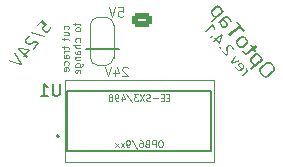
<source format=gbr>
%TF.GenerationSoftware,KiCad,Pcbnew,(7.0.0-0)*%
%TF.CreationDate,2023-03-02T14:09:57-08:00*%
%TF.ProjectId,Tap_Photosensor_PCB,5461705f-5068-46f7-946f-73656e736f72,rev?*%
%TF.SameCoordinates,Original*%
%TF.FileFunction,Legend,Bot*%
%TF.FilePolarity,Positive*%
%FSLAX46Y46*%
G04 Gerber Fmt 4.6, Leading zero omitted, Abs format (unit mm)*
G04 Created by KiCad (PCBNEW (7.0.0-0)) date 2023-03-02 14:09:57*
%MOMM*%
%LPD*%
G01*
G04 APERTURE LIST*
G04 Aperture macros list*
%AMRoundRect*
0 Rectangle with rounded corners*
0 $1 Rounding radius*
0 $2 $3 $4 $5 $6 $7 $8 $9 X,Y pos of 4 corners*
0 Add a 4 corners polygon primitive as box body*
4,1,4,$2,$3,$4,$5,$6,$7,$8,$9,$2,$3,0*
0 Add four circle primitives for the rounded corners*
1,1,$1+$1,$2,$3*
1,1,$1+$1,$4,$5*
1,1,$1+$1,$6,$7*
1,1,$1+$1,$8,$9*
0 Add four rect primitives between the rounded corners*
20,1,$1+$1,$2,$3,$4,$5,0*
20,1,$1+$1,$4,$5,$6,$7,0*
20,1,$1+$1,$6,$7,$8,$9,0*
20,1,$1+$1,$8,$9,$2,$3,0*%
%AMHorizOval*
0 Thick line with rounded ends*
0 $1 width*
0 $2 $3 position (X,Y) of the first rounded end (center of the circle)*
0 $4 $5 position (X,Y) of the second rounded end (center of the circle)*
0 Add line between two ends*
20,1,$1,$2,$3,$4,$5,0*
0 Add two circle primitives to create the rounded ends*
1,1,$1,$2,$3*
1,1,$1,$4,$5*%
%AMFreePoly0*
4,1,19,0.550000,-0.750000,0.000000,-0.750000,0.000000,-0.744911,-0.071157,-0.744911,-0.207708,-0.704816,-0.327430,-0.627875,-0.420627,-0.520320,-0.479746,-0.390866,-0.500000,-0.250000,-0.500000,0.250000,-0.479746,0.390866,-0.420627,0.520320,-0.327430,0.627875,-0.207708,0.704816,-0.071157,0.744911,0.000000,0.744911,0.000000,0.750000,0.550000,0.750000,0.550000,-0.750000,0.550000,-0.750000,
$1*%
%AMFreePoly1*
4,1,19,0.000000,0.744911,0.071157,0.744911,0.207708,0.704816,0.327430,0.627875,0.420627,0.520320,0.479746,0.390866,0.500000,0.250000,0.500000,-0.250000,0.479746,-0.390866,0.420627,-0.520320,0.327430,-0.627875,0.207708,-0.704816,0.071157,-0.744911,0.000000,-0.744911,0.000000,-0.750000,-0.550000,-0.750000,-0.550000,0.750000,0.000000,0.750000,0.000000,0.744911,0.000000,0.744911,
$1*%
G04 Aperture macros list end*
%ADD10C,0.150000*%
%ADD11C,0.200000*%
%ADD12C,0.100000*%
%ADD13C,0.120000*%
%ADD14C,0.127000*%
%ADD15RoundRect,0.250000X-0.625000X0.350000X-0.625000X-0.350000X0.625000X-0.350000X0.625000X0.350000X0*%
%ADD16O,1.750000X1.200000*%
%ADD17C,3.200000*%
%ADD18R,1.782000X0.958000*%
%ADD19O,1.782000X0.958000*%
%ADD20HorizOval,0.955000X0.279101X-0.263011X-0.279101X0.263011X0*%
%ADD21HorizOval,0.955000X0.279101X0.263011X-0.279101X-0.263011X0*%
%ADD22FreePoly0,90.000000*%
%ADD23R,1.500000X1.000000*%
%ADD24FreePoly1,90.000000*%
G04 APERTURE END LIST*
D10*
X110725000Y-59400362D02*
X107875000Y-59399638D01*
D11*
G36*
X123324609Y-60469371D02*
G01*
X123343652Y-60470766D01*
X123362816Y-60473424D01*
X123382101Y-60477347D01*
X123401506Y-60482533D01*
X123421031Y-60488984D01*
X123440677Y-60496698D01*
X123460443Y-60505677D01*
X123480329Y-60515919D01*
X123500336Y-60527426D01*
X123520464Y-60540197D01*
X123540712Y-60554231D01*
X123561080Y-60569530D01*
X123581569Y-60586093D01*
X123602178Y-60603920D01*
X123622908Y-60623011D01*
X123643758Y-60643365D01*
X123664728Y-60664984D01*
X123685819Y-60687867D01*
X123707030Y-60712014D01*
X123728362Y-60737425D01*
X123748904Y-60762995D01*
X123768234Y-60788213D01*
X123786351Y-60813079D01*
X123803257Y-60837594D01*
X123818951Y-60861756D01*
X123833432Y-60885567D01*
X123846702Y-60909026D01*
X123858760Y-60932133D01*
X123869605Y-60954888D01*
X123879239Y-60977292D01*
X123887660Y-60999343D01*
X123894869Y-61021043D01*
X123900867Y-61042391D01*
X123905652Y-61063387D01*
X123909226Y-61084032D01*
X123911587Y-61104324D01*
X123912736Y-61124265D01*
X123912673Y-61143854D01*
X123911399Y-61163091D01*
X123908912Y-61181976D01*
X123905213Y-61200509D01*
X123900302Y-61218691D01*
X123894179Y-61236520D01*
X123886844Y-61253998D01*
X123878297Y-61271124D01*
X123868538Y-61287899D01*
X123857567Y-61304321D01*
X123845384Y-61320392D01*
X123831989Y-61336111D01*
X123817382Y-61351477D01*
X123801562Y-61366493D01*
X123784531Y-61381156D01*
X123318960Y-61763580D01*
X123302211Y-61776664D01*
X123285322Y-61788516D01*
X123268294Y-61799135D01*
X123251126Y-61808521D01*
X123233818Y-61816674D01*
X123216370Y-61823595D01*
X123198783Y-61829283D01*
X123181057Y-61833739D01*
X123163190Y-61836961D01*
X123145184Y-61838951D01*
X123127039Y-61839709D01*
X123108753Y-61839233D01*
X123090329Y-61837525D01*
X123071764Y-61834584D01*
X123053060Y-61830411D01*
X123034216Y-61825005D01*
X123015233Y-61818366D01*
X122996110Y-61810494D01*
X122976847Y-61801390D01*
X122957445Y-61791053D01*
X122937903Y-61779483D01*
X122918221Y-61766681D01*
X122898400Y-61752645D01*
X122878439Y-61737378D01*
X122858338Y-61720877D01*
X122838098Y-61703144D01*
X122817718Y-61684178D01*
X122797199Y-61663979D01*
X122776540Y-61642548D01*
X122755741Y-61619884D01*
X122734803Y-61595987D01*
X122713725Y-61570858D01*
X122704279Y-61559235D01*
X122695069Y-61547651D01*
X122686094Y-61536107D01*
X122677354Y-61524601D01*
X122668849Y-61513135D01*
X122660580Y-61501708D01*
X122652547Y-61490320D01*
X122644748Y-61478972D01*
X122629857Y-61456392D01*
X122615907Y-61433970D01*
X122602898Y-61411704D01*
X122590831Y-61389595D01*
X122579705Y-61367643D01*
X122569520Y-61345848D01*
X122560276Y-61324209D01*
X122551974Y-61302727D01*
X122544612Y-61281402D01*
X122538192Y-61260234D01*
X122532714Y-61239223D01*
X122531023Y-61231452D01*
X122673531Y-61231452D01*
X122675033Y-61256820D01*
X122679634Y-61283191D01*
X122683096Y-61296752D01*
X122687332Y-61310563D01*
X122692343Y-61324626D01*
X122698128Y-61338938D01*
X122704688Y-61353502D01*
X122712023Y-61368316D01*
X122720131Y-61383380D01*
X122729015Y-61398695D01*
X122738673Y-61414261D01*
X122749105Y-61430077D01*
X122760312Y-61446144D01*
X122772294Y-61462461D01*
X122785049Y-61479029D01*
X122798580Y-61495847D01*
X122812610Y-61512581D01*
X122826540Y-61528501D01*
X122840369Y-61543607D01*
X122854098Y-61557897D01*
X122867727Y-61571373D01*
X122881255Y-61584035D01*
X122894682Y-61595882D01*
X122908009Y-61606914D01*
X122921236Y-61617132D01*
X122934362Y-61626535D01*
X122947388Y-61635123D01*
X122960314Y-61642897D01*
X122973139Y-61649856D01*
X122985863Y-61656001D01*
X122998487Y-61661330D01*
X123023434Y-61669547D01*
X123047979Y-61674504D01*
X123072123Y-61676203D01*
X123095864Y-61674644D01*
X123119204Y-61669826D01*
X123142142Y-61661750D01*
X123164678Y-61650416D01*
X123186813Y-61635822D01*
X123197729Y-61627304D01*
X123677304Y-61233377D01*
X123683596Y-61228094D01*
X123695485Y-61217408D01*
X123706449Y-61206564D01*
X123716486Y-61195560D01*
X123725598Y-61184397D01*
X123733784Y-61173075D01*
X123744327Y-61155794D01*
X123752787Y-61138155D01*
X123759164Y-61120157D01*
X123763458Y-61101802D01*
X123765668Y-61083089D01*
X123765796Y-61064018D01*
X123763840Y-61044588D01*
X123761487Y-61031351D01*
X123758413Y-61017905D01*
X123754617Y-61004250D01*
X123750099Y-60990385D01*
X123744860Y-60976311D01*
X123738899Y-60962027D01*
X123732216Y-60947534D01*
X123724812Y-60932832D01*
X123716686Y-60917921D01*
X123707838Y-60902800D01*
X123698269Y-60887470D01*
X123687979Y-60871931D01*
X123676967Y-60856182D01*
X123665233Y-60840224D01*
X123652777Y-60824057D01*
X123639600Y-60807680D01*
X123625638Y-60791053D01*
X123611749Y-60775257D01*
X123597934Y-60760293D01*
X123584193Y-60746161D01*
X123570525Y-60732859D01*
X123556931Y-60720389D01*
X123543411Y-60708751D01*
X123529964Y-60697944D01*
X123516591Y-60687969D01*
X123503292Y-60678825D01*
X123490066Y-60670512D01*
X123476914Y-60663031D01*
X123463835Y-60656381D01*
X123450830Y-60650563D01*
X123437899Y-60645576D01*
X123412257Y-60638096D01*
X123386910Y-60633943D01*
X123361858Y-60633115D01*
X123337100Y-60635613D01*
X123312636Y-60641436D01*
X123288468Y-60650586D01*
X123264593Y-60663061D01*
X123252767Y-60670545D01*
X123241014Y-60678862D01*
X123229334Y-60688009D01*
X122749759Y-61081936D01*
X122729576Y-61100289D01*
X122712490Y-61119644D01*
X122698502Y-61140001D01*
X122687612Y-61161360D01*
X122679821Y-61183722D01*
X122675127Y-61207086D01*
X122673531Y-61231452D01*
X122531023Y-61231452D01*
X122528176Y-61218369D01*
X122524825Y-61197759D01*
X122522838Y-61177535D01*
X122522216Y-61157698D01*
X122522959Y-61138246D01*
X122525066Y-61119181D01*
X122528538Y-61100503D01*
X122533375Y-61082210D01*
X122539577Y-61064304D01*
X122547144Y-61046784D01*
X122556075Y-61029650D01*
X122566371Y-61012903D01*
X122578032Y-60996542D01*
X122591058Y-60980567D01*
X122605449Y-60964978D01*
X122621204Y-60949776D01*
X122638324Y-60934959D01*
X123105480Y-60551233D01*
X123123078Y-60537459D01*
X123140797Y-60524949D01*
X123158636Y-60513703D01*
X123176596Y-60503721D01*
X123194676Y-60495003D01*
X123212877Y-60487550D01*
X123231198Y-60481360D01*
X123249639Y-60476434D01*
X123268201Y-60472772D01*
X123286883Y-60470375D01*
X123305686Y-60469241D01*
X123324609Y-60469371D01*
G37*
G36*
X122362311Y-59756827D02*
G01*
X122376392Y-59757861D01*
X122390678Y-59759661D01*
X122405167Y-59762227D01*
X122419723Y-59765596D01*
X122434262Y-59769871D01*
X122448785Y-59775051D01*
X122463291Y-59781137D01*
X122477780Y-59788128D01*
X122492253Y-59796025D01*
X122506709Y-59804828D01*
X122521148Y-59814536D01*
X122535570Y-59825150D01*
X122549976Y-59836669D01*
X122564365Y-59849094D01*
X122578738Y-59862425D01*
X122593094Y-59876662D01*
X122607433Y-59891804D01*
X122621755Y-59907851D01*
X122636061Y-59924804D01*
X122647771Y-59939253D01*
X122658944Y-59953433D01*
X122669581Y-59967345D01*
X122679681Y-59980989D01*
X122689245Y-59994365D01*
X122698272Y-60007473D01*
X122706763Y-60020313D01*
X122714717Y-60032884D01*
X122722135Y-60045188D01*
X122729016Y-60057224D01*
X122741169Y-60080492D01*
X122751176Y-60102687D01*
X122759037Y-60123811D01*
X122764753Y-60143862D01*
X122768322Y-60162841D01*
X122769745Y-60180748D01*
X122769023Y-60197583D01*
X122766154Y-60213346D01*
X122761140Y-60228036D01*
X122753979Y-60241655D01*
X122744673Y-60254201D01*
X122745975Y-60255787D01*
X122826829Y-60189372D01*
X122937520Y-60324129D01*
X121888004Y-61186211D01*
X121776011Y-61049869D01*
X122139326Y-60751439D01*
X122123578Y-60753303D01*
X122109363Y-60752022D01*
X122094155Y-60748164D01*
X122081273Y-60743223D01*
X122067757Y-60736632D01*
X122053604Y-60728393D01*
X122038816Y-60718504D01*
X122031286Y-60713055D01*
X122020074Y-60704533D01*
X122008963Y-60695595D01*
X121997953Y-60686239D01*
X121987043Y-60676466D01*
X121976234Y-60666275D01*
X121965526Y-60655668D01*
X121954919Y-60644643D01*
X121944412Y-60633201D01*
X121934005Y-60621342D01*
X121923700Y-60609066D01*
X121917562Y-60601558D01*
X121908638Y-60590506D01*
X121900052Y-60579704D01*
X121889131Y-60565693D01*
X121878811Y-60552127D01*
X121869092Y-60539008D01*
X121859975Y-60526335D01*
X121851460Y-60514108D01*
X121843546Y-60502327D01*
X121835169Y-60489503D01*
X121827109Y-60476390D01*
X121819366Y-60462990D01*
X121811939Y-60449302D01*
X121804829Y-60435327D01*
X121798036Y-60421063D01*
X121791559Y-60406512D01*
X121785399Y-60391673D01*
X121783928Y-60387909D01*
X121778577Y-60373090D01*
X121774076Y-60358651D01*
X121770427Y-60344591D01*
X121770268Y-60343814D01*
X121907375Y-60343814D01*
X121908033Y-60358391D01*
X121910551Y-60373365D01*
X121914928Y-60388734D01*
X121921164Y-60404499D01*
X121925792Y-60414272D01*
X121933109Y-60428067D01*
X121941738Y-60442734D01*
X121949070Y-60454308D01*
X121957140Y-60466372D01*
X121965948Y-60478927D01*
X121975493Y-60491973D01*
X121985776Y-60505509D01*
X121996797Y-60519537D01*
X122008555Y-60534055D01*
X122016432Y-60543554D01*
X122027974Y-60557131D01*
X122039190Y-60569902D01*
X122050078Y-60581869D01*
X122060641Y-60593031D01*
X122070876Y-60603388D01*
X122080784Y-60612940D01*
X122093487Y-60624423D01*
X122105610Y-60634476D01*
X122117151Y-60643097D01*
X122122748Y-60646866D01*
X122136728Y-60654966D01*
X122150693Y-60661179D01*
X122164640Y-60665504D01*
X122178571Y-60667941D01*
X122192486Y-60668490D01*
X122206383Y-60667152D01*
X122220780Y-60663740D01*
X122236025Y-60658205D01*
X122248833Y-60652248D01*
X122262183Y-60644933D01*
X122276077Y-60636258D01*
X122290514Y-60626225D01*
X122301698Y-60617808D01*
X122313188Y-60608627D01*
X122582437Y-60387464D01*
X122590957Y-60380356D01*
X122602992Y-60369899D01*
X122614132Y-60359687D01*
X122624376Y-60349720D01*
X122636643Y-60336813D01*
X122647318Y-60324342D01*
X122656401Y-60312307D01*
X122663893Y-60300708D01*
X122671020Y-60286823D01*
X122673218Y-60281384D01*
X122677352Y-60267604D01*
X122679542Y-60253562D01*
X122679789Y-60239259D01*
X122678093Y-60224693D01*
X122674453Y-60209866D01*
X122668869Y-60194778D01*
X122666071Y-60188566D01*
X122659421Y-60175402D01*
X122651364Y-60161250D01*
X122641901Y-60146110D01*
X122633880Y-60134106D01*
X122625069Y-60121547D01*
X122615466Y-60108431D01*
X122605073Y-60094760D01*
X122593888Y-60080533D01*
X122581912Y-60065750D01*
X122573745Y-60055897D01*
X122561795Y-60041824D01*
X122550206Y-60028598D01*
X122538978Y-60016218D01*
X122528112Y-60004686D01*
X122517606Y-59994000D01*
X122507462Y-59984161D01*
X122494497Y-59972359D01*
X122482175Y-59962063D01*
X122470495Y-59953273D01*
X122464778Y-59949383D01*
X122450396Y-59941078D01*
X122435887Y-59934802D01*
X122421250Y-59930553D01*
X122406485Y-59928331D01*
X122391592Y-59928138D01*
X122376572Y-59929973D01*
X122364194Y-59932984D01*
X122351194Y-59937460D01*
X122337572Y-59943402D01*
X122323328Y-59950808D01*
X122308462Y-59959680D01*
X122296905Y-59967295D01*
X122284997Y-59975734D01*
X122272740Y-59984997D01*
X122260133Y-59995084D01*
X121990884Y-60216248D01*
X121979652Y-60225742D01*
X121969240Y-60235100D01*
X121956634Y-60247362D01*
X121945487Y-60259381D01*
X121935799Y-60271156D01*
X121927570Y-60282686D01*
X121919335Y-60296755D01*
X121913380Y-60310443D01*
X121911635Y-60315847D01*
X121908575Y-60329633D01*
X121907375Y-60343814D01*
X121770268Y-60343814D01*
X121767629Y-60330911D01*
X121765328Y-60314344D01*
X121764357Y-60298371D01*
X121764715Y-60282990D01*
X121765406Y-60273053D01*
X121767745Y-60256275D01*
X121770686Y-60242658D01*
X121774577Y-60228869D01*
X121779419Y-60214907D01*
X121785213Y-60200773D01*
X121791956Y-60186467D01*
X121799651Y-60171988D01*
X121803868Y-60164666D01*
X121813058Y-60150147D01*
X121823257Y-60135796D01*
X121834464Y-60121612D01*
X121843532Y-60111084D01*
X121853166Y-60100649D01*
X121863368Y-60090309D01*
X121874138Y-60080063D01*
X121885474Y-60069911D01*
X121897378Y-60059853D01*
X122197806Y-59813079D01*
X122203496Y-59808522D01*
X122215029Y-59799982D01*
X122226765Y-59792209D01*
X122238706Y-59785201D01*
X122256999Y-59776125D01*
X122275751Y-59768773D01*
X122294961Y-59763144D01*
X122314631Y-59759238D01*
X122334759Y-59757056D01*
X122348433Y-59756558D01*
X122362311Y-59756827D01*
G37*
G36*
X121220057Y-59752437D02*
G01*
X121229664Y-59763970D01*
X121239166Y-59775053D01*
X121248565Y-59785684D01*
X121257859Y-59795866D01*
X121271607Y-59810293D01*
X121285120Y-59823707D01*
X121298400Y-59836106D01*
X121311446Y-59847493D01*
X121324259Y-59857865D01*
X121336838Y-59867224D01*
X121349183Y-59875569D01*
X121361294Y-59882900D01*
X121377306Y-59891106D01*
X121393465Y-59897656D01*
X121409771Y-59902549D01*
X121426225Y-59905787D01*
X121442825Y-59907370D01*
X121459573Y-59907296D01*
X121476468Y-59905566D01*
X121493510Y-59902181D01*
X121510948Y-59897088D01*
X121524448Y-59892114D01*
X121538310Y-59886151D01*
X121552534Y-59879198D01*
X121567119Y-59871256D01*
X121582066Y-59862324D01*
X121597375Y-59852403D01*
X121613046Y-59841492D01*
X121629079Y-59829592D01*
X121639968Y-59821109D01*
X121651019Y-59812186D01*
X122079597Y-59460147D01*
X122213945Y-59623705D01*
X122301404Y-59551864D01*
X122167057Y-59388307D01*
X122395350Y-59200785D01*
X122282055Y-59062857D01*
X122053762Y-59250380D01*
X121838459Y-58988265D01*
X121750999Y-59060105D01*
X121966302Y-59322220D01*
X121528740Y-59681638D01*
X121515395Y-59692268D01*
X121502574Y-59701803D01*
X121490279Y-59710243D01*
X121478508Y-59717588D01*
X121464533Y-59725230D01*
X121451379Y-59731161D01*
X121436676Y-59736020D01*
X121422474Y-59738403D01*
X121408259Y-59738495D01*
X121394028Y-59736297D01*
X121379783Y-59731808D01*
X121365524Y-59725029D01*
X121360767Y-59722261D01*
X121348496Y-59713994D01*
X121335602Y-59703840D01*
X121324840Y-59694358D01*
X121313680Y-59683667D01*
X121302123Y-59671768D01*
X121290167Y-59658661D01*
X121280940Y-59648038D01*
X121271488Y-59636735D01*
X121262291Y-59624352D01*
X121253064Y-59610820D01*
X121244087Y-59597181D01*
X121236424Y-59585311D01*
X121227964Y-59572035D01*
X121218707Y-59557353D01*
X121208652Y-59541264D01*
X121197800Y-59523769D01*
X121194005Y-59517625D01*
X121106017Y-59589899D01*
X121115850Y-59606106D01*
X121125860Y-59622112D01*
X121136048Y-59637917D01*
X121146413Y-59653523D01*
X121156957Y-59668928D01*
X121167677Y-59684132D01*
X121178576Y-59699136D01*
X121189652Y-59713940D01*
X121200906Y-59728544D01*
X121212337Y-59742947D01*
X121220057Y-59752437D01*
G37*
G36*
X121191726Y-58287115D02*
G01*
X121206745Y-58289067D01*
X121221965Y-58292604D01*
X121237384Y-58297727D01*
X121253005Y-58304436D01*
X121265645Y-58310944D01*
X121278414Y-58318467D01*
X121291311Y-58327005D01*
X121297415Y-58331471D01*
X121309328Y-58340436D01*
X121320850Y-58349446D01*
X121331981Y-58358502D01*
X121342719Y-58367602D01*
X121353067Y-58376748D01*
X121365450Y-58388243D01*
X121377221Y-58399810D01*
X121381917Y-58404613D01*
X121391964Y-58415194D01*
X121402885Y-58427076D01*
X121414681Y-58440259D01*
X121424103Y-58450999D01*
X121434016Y-58462471D01*
X121444421Y-58474674D01*
X121455318Y-58487609D01*
X121466707Y-58501276D01*
X121478588Y-58515674D01*
X121484625Y-58523023D01*
X121493628Y-58533984D01*
X121502571Y-58544871D01*
X121511453Y-58555684D01*
X121520273Y-58566422D01*
X121529033Y-58577086D01*
X121537732Y-58587676D01*
X121549235Y-58601680D01*
X121560629Y-58615552D01*
X121571915Y-58629292D01*
X121580546Y-58642392D01*
X121588826Y-58655670D01*
X121596753Y-58669126D01*
X121604330Y-58682760D01*
X121611554Y-58696573D01*
X121618428Y-58710563D01*
X121624949Y-58724732D01*
X121631120Y-58739079D01*
X121636635Y-58753293D01*
X121641191Y-58767064D01*
X121644789Y-58780391D01*
X121647938Y-58796428D01*
X121649589Y-58811771D01*
X121649742Y-58826423D01*
X121648397Y-58840381D01*
X121647063Y-58849867D01*
X121643624Y-58865985D01*
X121639778Y-58879156D01*
X121634959Y-58892573D01*
X121629166Y-58906236D01*
X121622400Y-58920146D01*
X121614662Y-58934302D01*
X121605950Y-58948704D01*
X121596286Y-58963176D01*
X121585691Y-58977542D01*
X121577133Y-58988246D01*
X121568053Y-58998890D01*
X121558448Y-59009475D01*
X121548320Y-59019999D01*
X121537668Y-59030464D01*
X121526492Y-59040869D01*
X121514793Y-59051214D01*
X121502570Y-59061499D01*
X121253402Y-59266167D01*
X121248150Y-59270445D01*
X121232579Y-59282677D01*
X121217289Y-59294010D01*
X121202279Y-59304444D01*
X121187550Y-59313979D01*
X121173101Y-59322614D01*
X121158932Y-59330350D01*
X121145043Y-59337187D01*
X121131435Y-59343125D01*
X121118107Y-59348164D01*
X121100773Y-59353483D01*
X121083768Y-59357225D01*
X121066923Y-59359411D01*
X121050239Y-59360041D01*
X121033714Y-59359116D01*
X121017350Y-59356634D01*
X121001145Y-59352597D01*
X120985101Y-59347004D01*
X120969217Y-59339855D01*
X120953920Y-59332175D01*
X120939119Y-59324088D01*
X120924813Y-59315595D01*
X120911003Y-59306694D01*
X120897688Y-59297386D01*
X120884868Y-59287672D01*
X120872544Y-59277550D01*
X120860715Y-59267022D01*
X120854768Y-59261413D01*
X120842098Y-59248934D01*
X120831917Y-59238472D01*
X120821153Y-59227065D01*
X120809807Y-59214712D01*
X120797880Y-59201414D01*
X120785370Y-59187171D01*
X120772278Y-59171982D01*
X120763227Y-59161331D01*
X120753917Y-59150260D01*
X120744348Y-59138769D01*
X120734521Y-59126858D01*
X120728606Y-59119658D01*
X120719735Y-59108857D01*
X120710863Y-59098057D01*
X120701992Y-59087256D01*
X120693120Y-59076456D01*
X120684249Y-59065656D01*
X120675377Y-59054855D01*
X120666506Y-59044055D01*
X120657634Y-59033255D01*
X120648763Y-59022454D01*
X120639891Y-59011654D01*
X120631258Y-58998577D01*
X120622972Y-58985366D01*
X120615034Y-58972023D01*
X120607442Y-58958547D01*
X120600197Y-58944937D01*
X120593300Y-58931195D01*
X120586749Y-58917320D01*
X120580546Y-58903311D01*
X120575014Y-58889380D01*
X120570347Y-58875845D01*
X120566545Y-58862706D01*
X120566234Y-58861309D01*
X120715298Y-58861309D01*
X120716275Y-58876997D01*
X120719293Y-58890677D01*
X120720449Y-58895435D01*
X120724474Y-58909376D01*
X120729335Y-58922818D01*
X120735029Y-58935761D01*
X120741559Y-58948205D01*
X120748923Y-58960150D01*
X120754604Y-58968455D01*
X120763091Y-58980264D01*
X120773120Y-58993659D01*
X120782252Y-59005517D01*
X120792370Y-59018391D01*
X120803475Y-59032280D01*
X120812450Y-59043363D01*
X120821980Y-59055018D01*
X120828418Y-59062832D01*
X120837698Y-59074007D01*
X120849367Y-59087889D01*
X120860231Y-59100607D01*
X120870291Y-59112159D01*
X120879546Y-59122547D01*
X120889984Y-59133895D01*
X120900851Y-59145110D01*
X120904182Y-59148341D01*
X120914631Y-59157576D01*
X120925761Y-59166127D01*
X120937574Y-59173993D01*
X120950069Y-59181174D01*
X120963245Y-59187670D01*
X120973927Y-59192491D01*
X120989092Y-59196889D01*
X121004503Y-59198545D01*
X121020160Y-59197458D01*
X121033775Y-59194343D01*
X121040781Y-59191988D01*
X121055416Y-59185765D01*
X121068245Y-59179035D01*
X121081652Y-59170904D01*
X121095634Y-59161369D01*
X121107235Y-59152732D01*
X121119205Y-59143197D01*
X121408271Y-58905756D01*
X121412368Y-58902363D01*
X121424072Y-58892341D01*
X121434900Y-58882548D01*
X121444852Y-58872986D01*
X121456757Y-58860593D01*
X121467103Y-58848610D01*
X121475891Y-58837036D01*
X121484683Y-58823143D01*
X121491041Y-58809890D01*
X121492030Y-58807296D01*
X121495806Y-58794137D01*
X121497763Y-58777922D01*
X121497250Y-58764055D01*
X121494787Y-58749866D01*
X121490374Y-58735356D01*
X121484012Y-58720525D01*
X121479251Y-58711166D01*
X121471633Y-58697687D01*
X121462563Y-58683064D01*
X121454808Y-58671345D01*
X121446236Y-58658983D01*
X121436848Y-58645977D01*
X121426643Y-58632327D01*
X121415622Y-58618033D01*
X121403783Y-58603095D01*
X121391129Y-58587514D01*
X121382525Y-58577118D01*
X121370014Y-58562295D01*
X121357975Y-58548398D01*
X121346410Y-58535428D01*
X121335317Y-58523383D01*
X121324697Y-58512265D01*
X121314551Y-58502072D01*
X121301757Y-58489923D01*
X121289804Y-58479421D01*
X121278692Y-58470564D01*
X121276035Y-58468582D01*
X121262709Y-58459855D01*
X121249319Y-58453103D01*
X121235867Y-58448326D01*
X121222351Y-58445524D01*
X121206049Y-58444769D01*
X121192395Y-58446311D01*
X121189635Y-58446862D01*
X121175179Y-58450978D01*
X121159623Y-58457358D01*
X121146387Y-58464092D01*
X121132446Y-58472276D01*
X121117802Y-58481910D01*
X121106356Y-58490086D01*
X121094515Y-58499078D01*
X121082278Y-58508884D01*
X120793212Y-58746326D01*
X120784364Y-58753761D01*
X120773399Y-58763510D01*
X120763387Y-58773072D01*
X120752211Y-58784761D01*
X120742523Y-58796156D01*
X120734323Y-58807259D01*
X120726447Y-58820195D01*
X120721557Y-58830806D01*
X120717058Y-58845911D01*
X120715298Y-58861309D01*
X120566234Y-58861309D01*
X120563008Y-58846840D01*
X120560822Y-58831592D01*
X120559987Y-58816963D01*
X120560503Y-58802952D01*
X120563256Y-58783057D01*
X120568062Y-58763209D01*
X120572407Y-58750003D01*
X120577664Y-58736818D01*
X120583835Y-58723655D01*
X120590918Y-58710513D01*
X120598914Y-58697392D01*
X120607823Y-58684292D01*
X120617645Y-58671214D01*
X120628379Y-58658156D01*
X120640026Y-58645120D01*
X120652586Y-58632105D01*
X120666059Y-58619111D01*
X120680444Y-58606138D01*
X120695742Y-58593187D01*
X120944910Y-58388518D01*
X120957668Y-58378284D01*
X120970379Y-58368578D01*
X120983042Y-58359402D01*
X120995657Y-58350754D01*
X121008225Y-58342636D01*
X121020745Y-58335047D01*
X121033218Y-58327987D01*
X121045643Y-58321457D01*
X121062135Y-58313572D01*
X121078543Y-58306629D01*
X121086629Y-58303800D01*
X121102396Y-58298786D01*
X121117623Y-58294631D01*
X121132311Y-58291334D01*
X121146459Y-58288894D01*
X121160067Y-58287313D01*
X121176318Y-58286544D01*
X121191726Y-58287115D01*
G37*
G36*
X120955592Y-57603144D02*
G01*
X121229279Y-57936337D01*
X121330743Y-57852993D01*
X120662694Y-57039698D01*
X120561231Y-57123041D01*
X120833832Y-57454912D01*
X119954480Y-58177220D01*
X120076239Y-58325453D01*
X120955592Y-57603144D01*
G37*
G36*
X119803576Y-56590062D02*
G01*
X119820264Y-56592340D01*
X119837053Y-56596526D01*
X119853944Y-56602620D01*
X119866679Y-56608442D01*
X119879471Y-56615338D01*
X119892320Y-56623307D01*
X119905520Y-56632444D01*
X119919346Y-56643027D01*
X119933800Y-56655056D01*
X119948881Y-56668529D01*
X119959283Y-56678314D01*
X119969964Y-56688741D01*
X119980923Y-56699811D01*
X119992161Y-56711523D01*
X120003678Y-56723877D01*
X120015474Y-56736873D01*
X120027548Y-56750512D01*
X120039901Y-56764793D01*
X120052532Y-56779716D01*
X120065443Y-56795282D01*
X120077934Y-56810597D01*
X120090504Y-56826221D01*
X120103151Y-56842155D01*
X120115876Y-56858398D01*
X120128679Y-56874950D01*
X120141560Y-56891812D01*
X120154518Y-56908984D01*
X120167555Y-56926464D01*
X120180669Y-56944254D01*
X120193861Y-56962354D01*
X120207132Y-56980763D01*
X120220479Y-56999482D01*
X120233905Y-57018509D01*
X120247409Y-57037847D01*
X120260990Y-57057493D01*
X120274650Y-57077449D01*
X120179792Y-57155367D01*
X120168262Y-57136176D01*
X120156723Y-57117308D01*
X120145176Y-57098761D01*
X120133620Y-57080537D01*
X120122055Y-57062634D01*
X120110481Y-57045052D01*
X120098898Y-57027793D01*
X120087307Y-57010855D01*
X120075707Y-56994239D01*
X120064098Y-56977945D01*
X120052481Y-56961973D01*
X120040854Y-56946323D01*
X120029219Y-56930994D01*
X120017575Y-56915987D01*
X120005922Y-56901302D01*
X119994261Y-56886939D01*
X119983438Y-56873933D01*
X119972943Y-56861668D01*
X119962777Y-56850145D01*
X119952940Y-56839362D01*
X119943432Y-56829321D01*
X119931266Y-56817085D01*
X119919684Y-56806167D01*
X119908687Y-56796567D01*
X119895762Y-56786419D01*
X119888313Y-56781233D01*
X119876040Y-56773856D01*
X119861545Y-56767094D01*
X119847305Y-56762612D01*
X119833320Y-56760409D01*
X119819590Y-56760486D01*
X119808102Y-56762146D01*
X119793875Y-56766241D01*
X119779168Y-56772628D01*
X119766544Y-56779702D01*
X119753586Y-56788369D01*
X119740293Y-56798628D01*
X119617691Y-56899335D01*
X119798051Y-57118909D01*
X119808565Y-57131864D01*
X119818619Y-57144571D01*
X119828213Y-57157030D01*
X119837348Y-57169241D01*
X119846023Y-57181203D01*
X119854238Y-57192918D01*
X119861994Y-57204384D01*
X119872766Y-57221118D01*
X119882503Y-57237294D01*
X119891206Y-57252911D01*
X119898875Y-57267970D01*
X119905510Y-57282471D01*
X119911110Y-57296413D01*
X119912768Y-57300943D01*
X119917113Y-57314395D01*
X119921437Y-57332015D01*
X119924080Y-57349273D01*
X119925042Y-57366169D01*
X119924325Y-57382703D01*
X119921927Y-57398874D01*
X119917848Y-57414683D01*
X119912090Y-57430130D01*
X119904626Y-57445388D01*
X119895410Y-57460868D01*
X119887348Y-57472624D01*
X119878299Y-57484506D01*
X119868265Y-57496513D01*
X119857244Y-57508646D01*
X119845238Y-57520904D01*
X119832245Y-57533287D01*
X119818267Y-57545796D01*
X119803303Y-57558430D01*
X119797545Y-57563119D01*
X119786162Y-57572144D01*
X119774956Y-57580698D01*
X119758479Y-57592648D01*
X119742401Y-57603540D01*
X119726721Y-57613373D01*
X119711440Y-57622147D01*
X119696557Y-57629863D01*
X119682073Y-57636521D01*
X119667987Y-57642120D01*
X119654299Y-57646660D01*
X119641010Y-57650143D01*
X119632271Y-57651859D01*
X119614883Y-57653972D01*
X119597614Y-57654329D01*
X119580464Y-57652928D01*
X119563433Y-57649770D01*
X119546522Y-57644855D01*
X119529729Y-57638183D01*
X119517213Y-57632025D01*
X119504764Y-57624879D01*
X119492224Y-57616641D01*
X119479337Y-57607288D01*
X119466102Y-57596821D01*
X119452519Y-57585239D01*
X119438588Y-57572542D01*
X119424310Y-57558732D01*
X119414598Y-57548905D01*
X119404732Y-57538583D01*
X119394711Y-57527766D01*
X119384535Y-57516453D01*
X119374205Y-57504646D01*
X119363720Y-57492342D01*
X119353081Y-57479544D01*
X119342814Y-57466878D01*
X119333011Y-57454446D01*
X119323671Y-57442248D01*
X119314796Y-57430283D01*
X119306384Y-57418551D01*
X119298437Y-57407052D01*
X119283934Y-57384756D01*
X119271286Y-57363393D01*
X119260495Y-57342964D01*
X119251559Y-57323468D01*
X119244479Y-57304906D01*
X119239255Y-57287277D01*
X119235887Y-57270582D01*
X119234375Y-57254820D01*
X119234718Y-57239993D01*
X119236918Y-57226098D01*
X119243697Y-57207007D01*
X119252826Y-57192847D01*
X119309363Y-57192847D01*
X119312161Y-57209279D01*
X119316128Y-57222409D01*
X119321698Y-57236230D01*
X119328870Y-57250743D01*
X119330899Y-57254506D01*
X119339582Y-57269837D01*
X119346689Y-57281628D01*
X119354305Y-57293670D01*
X119362430Y-57305962D01*
X119371065Y-57318505D01*
X119380208Y-57331299D01*
X119389861Y-57344343D01*
X119400023Y-57357638D01*
X119410695Y-57371184D01*
X119421876Y-57384980D01*
X119444231Y-57412195D01*
X119455256Y-57425223D01*
X119465978Y-57437089D01*
X119476396Y-57447794D01*
X119486511Y-57457338D01*
X119498727Y-57467636D01*
X119510468Y-57476120D01*
X119523932Y-57483905D01*
X119526124Y-57484926D01*
X119539378Y-57489824D01*
X119552804Y-57492621D01*
X119568684Y-57493228D01*
X119582482Y-57491472D01*
X119596452Y-57487615D01*
X119611067Y-57481626D01*
X119624099Y-57474983D01*
X119637908Y-57466838D01*
X119649513Y-57459241D01*
X119661615Y-57450683D01*
X119674214Y-57441165D01*
X119687309Y-57430685D01*
X119690969Y-57427664D01*
X119701478Y-57418810D01*
X119714394Y-57407497D01*
X119726054Y-57396743D01*
X119736460Y-57386550D01*
X119747704Y-57374596D01*
X119756987Y-57363518D01*
X119765540Y-57351380D01*
X119770694Y-57341507D01*
X119775184Y-57327237D01*
X119776493Y-57312447D01*
X119774621Y-57297136D01*
X119770485Y-57283597D01*
X119769579Y-57281267D01*
X119763891Y-57268794D01*
X119756273Y-57254946D01*
X119748790Y-57242878D01*
X119740072Y-57229929D01*
X119730120Y-57216099D01*
X119721845Y-57205150D01*
X119712876Y-57193705D01*
X119703213Y-57181765D01*
X119530232Y-56971175D01*
X119334967Y-57131567D01*
X119326652Y-57139401D01*
X119318058Y-57150920D01*
X119312311Y-57163667D01*
X119309413Y-57177643D01*
X119309363Y-57192847D01*
X119252826Y-57192847D01*
X119254651Y-57190017D01*
X119188330Y-57244494D01*
X119080027Y-57112644D01*
X119595272Y-56689416D01*
X119601351Y-56684461D01*
X119613317Y-56674929D01*
X119625028Y-56665904D01*
X119636485Y-56657385D01*
X119653192Y-56645557D01*
X119669327Y-56634868D01*
X119684888Y-56625319D01*
X119699877Y-56616909D01*
X119714292Y-56609639D01*
X119728135Y-56603509D01*
X119741405Y-56598518D01*
X119758207Y-56593636D01*
X119770504Y-56591231D01*
X119786989Y-56589692D01*
X119803576Y-56590062D01*
G37*
G36*
X119038998Y-55710960D02*
G01*
X119053080Y-55711994D01*
X119067365Y-55713794D01*
X119081855Y-55716360D01*
X119096411Y-55719729D01*
X119110950Y-55724004D01*
X119125472Y-55729184D01*
X119139978Y-55735270D01*
X119154468Y-55742261D01*
X119168940Y-55750158D01*
X119183396Y-55758961D01*
X119197835Y-55768669D01*
X119212258Y-55779283D01*
X119226664Y-55790802D01*
X119241053Y-55803228D01*
X119255425Y-55816558D01*
X119269781Y-55830795D01*
X119284120Y-55845937D01*
X119298443Y-55861984D01*
X119312749Y-55878938D01*
X119324458Y-55893386D01*
X119335631Y-55907566D01*
X119346268Y-55921478D01*
X119356368Y-55935122D01*
X119365932Y-55948498D01*
X119374959Y-55961606D01*
X119383450Y-55974446D01*
X119391404Y-55987017D01*
X119398822Y-55999321D01*
X119405703Y-56011357D01*
X119417856Y-56034625D01*
X119427864Y-56056820D01*
X119435725Y-56077944D01*
X119441440Y-56097995D01*
X119445009Y-56116974D01*
X119446433Y-56134881D01*
X119445710Y-56151716D01*
X119442842Y-56167479D01*
X119437827Y-56182169D01*
X119430667Y-56195788D01*
X119421361Y-56208334D01*
X119422663Y-56209920D01*
X119503517Y-56143505D01*
X119614207Y-56278262D01*
X118564691Y-57140344D01*
X118452699Y-57004002D01*
X118816013Y-56705572D01*
X118800266Y-56707436D01*
X118786050Y-56706155D01*
X118770842Y-56702297D01*
X118757961Y-56697356D01*
X118744444Y-56690765D01*
X118730292Y-56682526D01*
X118715504Y-56672637D01*
X118707973Y-56667188D01*
X118696762Y-56658666D01*
X118685651Y-56649728D01*
X118674640Y-56640372D01*
X118663731Y-56630599D01*
X118652922Y-56620408D01*
X118642214Y-56609801D01*
X118631606Y-56598776D01*
X118621099Y-56587334D01*
X118610693Y-56575475D01*
X118600387Y-56563199D01*
X118594250Y-56555691D01*
X118585326Y-56544639D01*
X118576740Y-56533837D01*
X118565818Y-56519826D01*
X118555498Y-56506260D01*
X118545780Y-56493141D01*
X118536663Y-56480468D01*
X118528148Y-56468241D01*
X118520234Y-56456460D01*
X118511857Y-56443636D01*
X118503797Y-56430524D01*
X118496053Y-56417123D01*
X118488626Y-56403436D01*
X118481516Y-56389460D01*
X118474723Y-56375196D01*
X118468246Y-56360645D01*
X118462087Y-56345806D01*
X118460616Y-56342042D01*
X118455264Y-56327223D01*
X118450764Y-56312784D01*
X118447115Y-56298724D01*
X118446956Y-56297947D01*
X118584062Y-56297947D01*
X118584721Y-56312525D01*
X118587238Y-56327498D01*
X118591615Y-56342867D01*
X118597851Y-56358632D01*
X118602479Y-56368405D01*
X118609797Y-56382200D01*
X118618426Y-56396868D01*
X118625758Y-56408441D01*
X118633828Y-56420505D01*
X118642636Y-56433060D01*
X118652181Y-56446106D01*
X118662464Y-56459642D01*
X118673484Y-56473670D01*
X118685243Y-56488188D01*
X118693119Y-56497687D01*
X118704661Y-56511264D01*
X118715877Y-56524035D01*
X118726766Y-56536002D01*
X118737328Y-56547164D01*
X118747563Y-56557521D01*
X118757472Y-56567073D01*
X118770175Y-56578556D01*
X118782297Y-56588609D01*
X118793838Y-56597230D01*
X118799435Y-56600999D01*
X118813416Y-56609099D01*
X118827380Y-56615312D01*
X118841328Y-56619637D01*
X118855259Y-56622074D01*
X118869173Y-56622623D01*
X118883071Y-56621285D01*
X118897467Y-56617873D01*
X118912713Y-56612338D01*
X118925520Y-56606381D01*
X118938871Y-56599066D01*
X118952764Y-56590391D01*
X118967201Y-56580358D01*
X118978386Y-56571941D01*
X118989875Y-56562760D01*
X119259124Y-56341597D01*
X119267645Y-56334489D01*
X119279680Y-56324032D01*
X119290819Y-56313820D01*
X119301064Y-56303853D01*
X119313330Y-56290946D01*
X119324005Y-56278475D01*
X119333089Y-56266440D01*
X119340581Y-56254841D01*
X119347707Y-56240956D01*
X119349905Y-56235517D01*
X119354039Y-56221737D01*
X119356230Y-56207695D01*
X119356477Y-56193392D01*
X119354780Y-56178827D01*
X119351140Y-56164000D01*
X119345557Y-56148911D01*
X119342759Y-56142699D01*
X119336108Y-56129536D01*
X119328051Y-56115383D01*
X119318588Y-56100243D01*
X119310568Y-56088239D01*
X119301756Y-56075680D01*
X119292154Y-56062564D01*
X119281760Y-56048893D01*
X119270575Y-56034666D01*
X119258600Y-56019883D01*
X119250432Y-56010030D01*
X119238482Y-55995957D01*
X119226893Y-55982731D01*
X119215666Y-55970351D01*
X119204799Y-55958819D01*
X119194294Y-55948133D01*
X119184149Y-55938294D01*
X119171185Y-55926492D01*
X119158863Y-55916196D01*
X119147182Y-55907406D01*
X119141465Y-55903516D01*
X119127084Y-55895212D01*
X119112574Y-55888935D01*
X119097937Y-55884686D01*
X119083172Y-55882465D01*
X119068280Y-55882271D01*
X119053260Y-55884106D01*
X119040882Y-55887117D01*
X119027882Y-55891594D01*
X119014260Y-55897535D01*
X119000016Y-55904941D01*
X118985150Y-55913813D01*
X118973592Y-55921428D01*
X118961685Y-55929867D01*
X118949427Y-55939130D01*
X118936820Y-55949217D01*
X118667571Y-56170381D01*
X118656339Y-56179875D01*
X118645928Y-56189233D01*
X118633322Y-56201496D01*
X118622175Y-56213514D01*
X118612487Y-56225289D01*
X118604258Y-56236819D01*
X118596023Y-56250888D01*
X118590067Y-56264576D01*
X118588323Y-56269980D01*
X118585263Y-56283766D01*
X118584062Y-56297947D01*
X118446956Y-56297947D01*
X118444316Y-56285044D01*
X118442015Y-56268477D01*
X118441044Y-56252504D01*
X118441403Y-56237124D01*
X118442093Y-56227186D01*
X118444432Y-56210408D01*
X118447373Y-56196791D01*
X118451265Y-56183002D01*
X118456107Y-56169041D01*
X118461900Y-56154906D01*
X118468644Y-56140600D01*
X118476338Y-56126121D01*
X118480555Y-56118799D01*
X118489746Y-56104280D01*
X118499944Y-56089929D01*
X118511152Y-56075745D01*
X118520219Y-56065217D01*
X118529854Y-56054783D01*
X118540056Y-56044442D01*
X118550825Y-56034196D01*
X118562162Y-56024044D01*
X118574066Y-56013986D01*
X118874493Y-55767212D01*
X118880183Y-55762655D01*
X118891716Y-55754115D01*
X118903453Y-55746342D01*
X118915393Y-55739334D01*
X118933686Y-55730258D01*
X118952438Y-55722906D01*
X118971649Y-55717277D01*
X118991318Y-55713371D01*
X119011447Y-55711189D01*
X119025121Y-55710691D01*
X119038998Y-55710960D01*
G37*
D10*
G36*
X121677249Y-61294315D02*
G01*
X121601909Y-61202271D01*
X121516291Y-61272351D01*
X121523584Y-61265496D01*
X121529870Y-61257692D01*
X121535148Y-61248941D01*
X121539420Y-61239241D01*
X121542684Y-61228594D01*
X121544941Y-61216999D01*
X121545562Y-61212095D01*
X121546413Y-61202018D01*
X121546711Y-61191783D01*
X121546454Y-61181390D01*
X121545644Y-61170839D01*
X121544280Y-61160129D01*
X121542363Y-61149260D01*
X121539892Y-61138234D01*
X121536867Y-61127049D01*
X121533319Y-61115937D01*
X121529358Y-61105223D01*
X121524982Y-61094906D01*
X121520193Y-61084988D01*
X121514990Y-61075468D01*
X121509373Y-61066346D01*
X121503341Y-61057622D01*
X121496896Y-61049296D01*
X121457911Y-61001667D01*
X121373238Y-61070974D01*
X121417483Y-61125028D01*
X121424388Y-61133606D01*
X121430909Y-61141997D01*
X121437045Y-61150202D01*
X121442798Y-61158221D01*
X121450706Y-61169900D01*
X121457750Y-61181161D01*
X121463930Y-61192003D01*
X121469245Y-61202426D01*
X121473696Y-61212430D01*
X121477283Y-61222016D01*
X121480721Y-61234145D01*
X121481864Y-61239930D01*
X121482930Y-61251115D01*
X121482312Y-61262072D01*
X121480007Y-61272801D01*
X121476017Y-61283302D01*
X121470340Y-61293575D01*
X121462978Y-61303620D01*
X121456351Y-61311005D01*
X121448775Y-61318261D01*
X121443197Y-61323027D01*
X121077289Y-61622530D01*
X121157115Y-61720055D01*
X121677249Y-61294315D01*
G37*
G36*
X121006718Y-60553894D02*
G01*
X121017126Y-60555100D01*
X121027409Y-60557078D01*
X121037704Y-60559804D01*
X121048100Y-60563287D01*
X121058596Y-60567529D01*
X121069193Y-60572530D01*
X121079890Y-60578289D01*
X121090688Y-60584807D01*
X121101587Y-60592083D01*
X121112586Y-60600118D01*
X121123686Y-60608911D01*
X121134886Y-60618463D01*
X121146187Y-60628773D01*
X121157588Y-60639842D01*
X121169090Y-60651670D01*
X121180693Y-60664256D01*
X121192396Y-60677600D01*
X121204200Y-60691703D01*
X121216352Y-60706881D01*
X121227746Y-60721796D01*
X121238384Y-60736449D01*
X121248263Y-60750838D01*
X121257385Y-60764965D01*
X121265749Y-60778829D01*
X121273356Y-60792431D01*
X121280206Y-60805770D01*
X121286298Y-60818846D01*
X121291632Y-60831659D01*
X121296209Y-60844210D01*
X121300028Y-60856498D01*
X121303090Y-60868523D01*
X121305394Y-60880285D01*
X121306941Y-60891785D01*
X121307730Y-60903022D01*
X121307737Y-60914062D01*
X121306978Y-60925017D01*
X121305451Y-60935887D01*
X121303157Y-60946672D01*
X121300096Y-60957373D01*
X121296267Y-60967989D01*
X121291672Y-60978521D01*
X121286309Y-60988968D01*
X121280179Y-60999330D01*
X121273282Y-61009607D01*
X121265618Y-61019800D01*
X121257187Y-61029908D01*
X121247988Y-61039931D01*
X121238023Y-61049870D01*
X121227290Y-61059724D01*
X121215790Y-61069493D01*
X121009589Y-61238273D01*
X120999559Y-61246090D01*
X120989458Y-61253182D01*
X120979284Y-61259549D01*
X120969038Y-61265191D01*
X120958721Y-61270108D01*
X120948331Y-61274299D01*
X120937869Y-61277765D01*
X120927335Y-61280506D01*
X120916730Y-61282522D01*
X120906052Y-61283813D01*
X120895302Y-61284379D01*
X120884480Y-61284219D01*
X120873586Y-61283334D01*
X120862620Y-61281724D01*
X120851582Y-61279389D01*
X120840471Y-61276329D01*
X120829289Y-61272543D01*
X120818035Y-61268033D01*
X120806709Y-61262797D01*
X120795311Y-61256836D01*
X120783840Y-61250150D01*
X120772298Y-61242738D01*
X120760683Y-61234602D01*
X120748997Y-61225740D01*
X120737238Y-61216153D01*
X120725408Y-61205841D01*
X120713505Y-61194804D01*
X120701531Y-61183041D01*
X120689484Y-61170554D01*
X120677365Y-61157341D01*
X120665175Y-61143403D01*
X120652912Y-61128740D01*
X120643750Y-61117395D01*
X120634675Y-61105851D01*
X120625686Y-61094108D01*
X120616783Y-61082167D01*
X120607966Y-61070026D01*
X120599236Y-61057687D01*
X120590592Y-61045149D01*
X120582035Y-61032412D01*
X120573563Y-61019476D01*
X120565178Y-61006341D01*
X120556880Y-60993008D01*
X120548667Y-60979475D01*
X120540541Y-60965744D01*
X120532501Y-60951814D01*
X120524547Y-60937685D01*
X120516680Y-60923357D01*
X120587178Y-60865653D01*
X120594242Y-60880960D01*
X120601344Y-60895884D01*
X120608484Y-60910423D01*
X120615663Y-60924579D01*
X120622880Y-60938350D01*
X120630136Y-60951737D01*
X120637429Y-60964741D01*
X120644761Y-60977360D01*
X120652132Y-60989596D01*
X120659540Y-61001447D01*
X120666987Y-61012915D01*
X120674473Y-61023998D01*
X120681996Y-61034698D01*
X120689558Y-61045013D01*
X120697158Y-61054945D01*
X120704797Y-61064493D01*
X120712847Y-61074128D01*
X120720829Y-61083283D01*
X120728743Y-61091959D01*
X120736591Y-61100154D01*
X120744371Y-61107870D01*
X120752084Y-61115106D01*
X120759729Y-61121861D01*
X120771071Y-61131095D01*
X120782261Y-61139249D01*
X120793299Y-61146322D01*
X120804187Y-61152316D01*
X120814922Y-61157230D01*
X120825506Y-61161064D01*
X120832495Y-61162988D01*
X120842991Y-61164938D01*
X120853501Y-61165767D01*
X120864025Y-61165475D01*
X120874564Y-61164062D01*
X120885117Y-61161527D01*
X120895684Y-61157871D01*
X120906265Y-61153094D01*
X120916861Y-61147195D01*
X120927471Y-61140175D01*
X120938095Y-61132033D01*
X121020878Y-61064274D01*
X120770581Y-60758482D01*
X120875054Y-60758482D01*
X121083438Y-61013068D01*
X121166599Y-60944999D01*
X121172386Y-60940065D01*
X121180263Y-60932581D01*
X121187177Y-60924999D01*
X121194897Y-60914734D01*
X121200905Y-60904294D01*
X121205200Y-60893677D01*
X121207782Y-60882883D01*
X121208651Y-60871913D01*
X121207808Y-60860767D01*
X121207339Y-60857916D01*
X121204519Y-60846084D01*
X121201417Y-60836763D01*
X121197469Y-60827059D01*
X121192674Y-60816971D01*
X121187032Y-60806500D01*
X121180544Y-60795645D01*
X121173209Y-60784407D01*
X121165028Y-60772785D01*
X121159104Y-60764824D01*
X121152803Y-60756693D01*
X121146126Y-60748391D01*
X121139089Y-60739937D01*
X121132169Y-60731917D01*
X121125367Y-60724330D01*
X121115386Y-60713763D01*
X121105670Y-60704171D01*
X121096221Y-60695554D01*
X121087037Y-60687913D01*
X121078119Y-60681247D01*
X121069466Y-60675556D01*
X121058343Y-60669486D01*
X121047692Y-60665150D01*
X121039859Y-60662988D01*
X121029236Y-60661563D01*
X121018409Y-60661804D01*
X121007378Y-60663712D01*
X120996142Y-60667287D01*
X120984702Y-60672528D01*
X120975988Y-60677552D01*
X120967159Y-60683514D01*
X120958215Y-60690413D01*
X120875054Y-60758482D01*
X120770581Y-60758482D01*
X120732823Y-60712352D01*
X120847925Y-60618138D01*
X120860077Y-60608527D01*
X120872105Y-60599688D01*
X120884008Y-60591622D01*
X120895786Y-60584329D01*
X120907440Y-60577809D01*
X120918969Y-60572061D01*
X120930373Y-60567085D01*
X120941653Y-60562883D01*
X120952809Y-60559453D01*
X120963840Y-60556796D01*
X120974746Y-60554911D01*
X120985528Y-60553799D01*
X120996185Y-60553460D01*
X121006718Y-60553894D01*
G37*
G36*
X120955874Y-60412998D02*
G01*
X120871561Y-60309992D01*
X120315399Y-60522818D01*
X120310912Y-60517337D01*
X120633010Y-60018550D01*
X120555814Y-59924238D01*
X120185586Y-60533121D01*
X120281347Y-60650114D01*
X120955874Y-60412998D01*
G37*
G36*
X119888936Y-59914268D02*
G01*
X119898090Y-59906360D01*
X119906651Y-59898104D01*
X119914620Y-59889500D01*
X119921997Y-59880550D01*
X119928781Y-59871252D01*
X119934972Y-59861607D01*
X119937283Y-59857652D01*
X119942632Y-59847610D01*
X119947340Y-59837614D01*
X119951409Y-59827665D01*
X119954837Y-59817762D01*
X119957625Y-59807905D01*
X119959773Y-59798094D01*
X119960452Y-59794183D01*
X119961886Y-59784163D01*
X119962735Y-59773022D01*
X119962997Y-59762883D01*
X119962853Y-59751965D01*
X119962304Y-59740271D01*
X119961573Y-59730355D01*
X119961350Y-59727798D01*
X119960327Y-59717583D01*
X119959188Y-59707611D01*
X119957932Y-59697883D01*
X119956199Y-59686065D01*
X119954284Y-59674627D01*
X119952186Y-59663569D01*
X119949907Y-59652891D01*
X119947822Y-59643315D01*
X119945372Y-59632974D01*
X119942558Y-59621867D01*
X119939380Y-59609996D01*
X119936576Y-59599947D01*
X119933538Y-59589409D01*
X119930267Y-59578382D01*
X119886482Y-59418846D01*
X119883541Y-59407226D01*
X119881305Y-59395935D01*
X119879774Y-59384971D01*
X119878948Y-59374335D01*
X119878827Y-59364027D01*
X119879410Y-59354047D01*
X119881608Y-59339692D01*
X119885391Y-59326075D01*
X119890760Y-59313196D01*
X119897716Y-59301055D01*
X119906258Y-59289651D01*
X119916385Y-59278986D01*
X119924018Y-59272286D01*
X120020409Y-59193388D01*
X120029659Y-59186263D01*
X120038769Y-59180147D01*
X120047739Y-59175038D01*
X120059480Y-59169795D01*
X120070972Y-59166344D01*
X120082214Y-59164684D01*
X120093207Y-59164817D01*
X120103951Y-59166742D01*
X120111845Y-59169362D01*
X120122558Y-59174407D01*
X120131013Y-59179407D01*
X120139827Y-59185450D01*
X120149001Y-59192535D01*
X120158534Y-59200664D01*
X120168427Y-59209835D01*
X120178680Y-59220048D01*
X120185715Y-59227437D01*
X120192910Y-59235288D01*
X120200265Y-59243603D01*
X120207780Y-59252382D01*
X120215454Y-59261624D01*
X120223180Y-59271290D01*
X120231042Y-59281577D01*
X120239039Y-59292486D01*
X120247173Y-59304015D01*
X120255443Y-59316165D01*
X120263848Y-59328937D01*
X120272390Y-59342329D01*
X120281068Y-59356342D01*
X120289882Y-59370977D01*
X120298831Y-59386232D01*
X120307917Y-59402109D01*
X120317139Y-59418607D01*
X120326496Y-59435725D01*
X120331226Y-59444517D01*
X120335990Y-59453465D01*
X120340788Y-59462568D01*
X120345620Y-59471826D01*
X120350485Y-59481239D01*
X120355385Y-59490808D01*
X120435900Y-59424904D01*
X120427192Y-59409176D01*
X120418273Y-59393517D01*
X120409141Y-59377929D01*
X120399798Y-59362409D01*
X120390244Y-59346960D01*
X120380477Y-59331580D01*
X120370499Y-59316270D01*
X120360309Y-59301030D01*
X120349907Y-59285859D01*
X120339294Y-59270758D01*
X120328469Y-59255727D01*
X120317432Y-59240766D01*
X120306184Y-59225874D01*
X120294724Y-59211052D01*
X120283052Y-59196300D01*
X120271168Y-59181617D01*
X120259268Y-59167360D01*
X120247508Y-59153837D01*
X120235887Y-59141048D01*
X120224405Y-59128993D01*
X120213064Y-59117671D01*
X120201862Y-59107084D01*
X120190799Y-59097231D01*
X120179876Y-59088111D01*
X120169093Y-59079726D01*
X120158450Y-59072074D01*
X120147946Y-59065157D01*
X120137582Y-59058973D01*
X120127357Y-59053524D01*
X120117272Y-59048808D01*
X120107327Y-59044826D01*
X120097521Y-59041579D01*
X120087767Y-59039052D01*
X120077976Y-59037233D01*
X120068148Y-59036123D01*
X120058284Y-59035721D01*
X120048383Y-59036027D01*
X120038444Y-59037042D01*
X120028470Y-59038764D01*
X120018458Y-59041195D01*
X120008410Y-59044334D01*
X119998324Y-59048181D01*
X119988202Y-59052737D01*
X119978044Y-59058000D01*
X119967848Y-59063972D01*
X119957616Y-59070652D01*
X119947347Y-59078041D01*
X119937041Y-59086137D01*
X119821939Y-59180351D01*
X119812537Y-59188386D01*
X119803894Y-59196481D01*
X119796011Y-59204636D01*
X119788886Y-59212850D01*
X119782520Y-59221123D01*
X119776912Y-59229456D01*
X119770970Y-59239955D01*
X119767974Y-59246300D01*
X119763779Y-59257179D01*
X119760469Y-59268612D01*
X119758045Y-59280600D01*
X119756743Y-59290590D01*
X119756008Y-59300935D01*
X119755839Y-59311634D01*
X119756237Y-59322688D01*
X119756425Y-59325507D01*
X119757557Y-59337265D01*
X119759212Y-59349976D01*
X119760796Y-59360134D01*
X119762675Y-59370828D01*
X119764848Y-59382057D01*
X119767316Y-59393823D01*
X119770078Y-59406124D01*
X119773134Y-59418961D01*
X119776485Y-59432334D01*
X119780130Y-59446243D01*
X119838140Y-59670202D01*
X119841038Y-59682277D01*
X119843240Y-59693990D01*
X119844746Y-59705341D01*
X119845556Y-59716329D01*
X119845670Y-59726955D01*
X119845088Y-59737218D01*
X119843809Y-59747119D01*
X119840587Y-59761292D01*
X119835798Y-59774649D01*
X119829443Y-59787191D01*
X119821522Y-59798917D01*
X119812035Y-59809828D01*
X119804841Y-59816649D01*
X119800982Y-59819924D01*
X119754299Y-59858135D01*
X119449226Y-59485423D01*
X119376649Y-59544829D01*
X119763250Y-60017145D01*
X119888936Y-59914268D01*
G37*
G36*
X119371838Y-59292160D02*
G01*
X119268961Y-59166474D01*
X119148000Y-59265483D01*
X119250876Y-59391170D01*
X119371838Y-59292160D01*
G37*
G36*
X119481230Y-58241215D02*
G01*
X119280927Y-58937002D01*
X119197577Y-59005226D01*
X118911223Y-58655382D01*
X118753974Y-58784095D01*
X118680335Y-58694130D01*
X118800250Y-58595977D01*
X118983800Y-58595977D01*
X119199145Y-58859068D01*
X119364640Y-58284252D01*
X118983800Y-58595977D01*
X118800250Y-58595977D01*
X118837585Y-58565417D01*
X118775550Y-58489628D01*
X118848127Y-58430222D01*
X118910162Y-58506012D01*
X119381912Y-58119876D01*
X119481230Y-58241215D01*
G37*
G36*
X118631125Y-58387218D02*
G01*
X118528248Y-58261531D01*
X118407286Y-58360541D01*
X118510163Y-58486227D01*
X118631125Y-58387218D01*
G37*
G36*
X118665304Y-57446442D02*
G01*
X118701012Y-57773876D01*
X118789465Y-57701475D01*
X118763568Y-57364434D01*
X118687299Y-57271255D01*
X117985723Y-57845509D01*
X118062765Y-57939633D01*
X118665304Y-57446442D01*
G37*
D12*
X110648571Y-55879357D02*
X111019999Y-55879357D01*
X111019999Y-55879357D02*
X111057142Y-56250785D01*
X111057142Y-56250785D02*
X111019999Y-56213642D01*
X111019999Y-56213642D02*
X110945714Y-56176500D01*
X110945714Y-56176500D02*
X110759999Y-56176500D01*
X110759999Y-56176500D02*
X110685714Y-56213642D01*
X110685714Y-56213642D02*
X110648571Y-56250785D01*
X110648571Y-56250785D02*
X110611428Y-56325071D01*
X110611428Y-56325071D02*
X110611428Y-56510785D01*
X110611428Y-56510785D02*
X110648571Y-56585071D01*
X110648571Y-56585071D02*
X110685714Y-56622214D01*
X110685714Y-56622214D02*
X110759999Y-56659357D01*
X110759999Y-56659357D02*
X110945714Y-56659357D01*
X110945714Y-56659357D02*
X111019999Y-56622214D01*
X111019999Y-56622214D02*
X111057142Y-56585071D01*
X110388571Y-55879357D02*
X110128571Y-56659357D01*
X110128571Y-56659357D02*
X109868571Y-55879357D01*
X111428570Y-61008042D02*
X111391427Y-60970900D01*
X111391427Y-60970900D02*
X111317142Y-60933757D01*
X111317142Y-60933757D02*
X111131427Y-60933757D01*
X111131427Y-60933757D02*
X111057142Y-60970900D01*
X111057142Y-60970900D02*
X111019999Y-61008042D01*
X111019999Y-61008042D02*
X110982856Y-61082328D01*
X110982856Y-61082328D02*
X110982856Y-61156614D01*
X110982856Y-61156614D02*
X111019999Y-61268042D01*
X111019999Y-61268042D02*
X111465713Y-61713757D01*
X111465713Y-61713757D02*
X110982856Y-61713757D01*
X110314285Y-61193757D02*
X110314285Y-61713757D01*
X110499999Y-60896614D02*
X110685713Y-61453757D01*
X110685713Y-61453757D02*
X110202856Y-61453757D01*
X110017142Y-60933757D02*
X109757142Y-61713757D01*
X109757142Y-61713757D02*
X109497142Y-60933757D01*
X106405857Y-57726419D02*
X106434428Y-57669276D01*
X106434428Y-57669276D02*
X106434428Y-57554990D01*
X106434428Y-57554990D02*
X106405857Y-57497847D01*
X106405857Y-57497847D02*
X106377285Y-57469276D01*
X106377285Y-57469276D02*
X106320142Y-57440704D01*
X106320142Y-57440704D02*
X106148714Y-57440704D01*
X106148714Y-57440704D02*
X106091571Y-57469276D01*
X106091571Y-57469276D02*
X106063000Y-57497847D01*
X106063000Y-57497847D02*
X106034428Y-57554990D01*
X106034428Y-57554990D02*
X106034428Y-57669276D01*
X106034428Y-57669276D02*
X106063000Y-57726419D01*
X106034428Y-58240705D02*
X106434428Y-58240705D01*
X106034428Y-57983562D02*
X106348714Y-57983562D01*
X106348714Y-57983562D02*
X106405857Y-58012133D01*
X106405857Y-58012133D02*
X106434428Y-58069276D01*
X106434428Y-58069276D02*
X106434428Y-58154990D01*
X106434428Y-58154990D02*
X106405857Y-58212133D01*
X106405857Y-58212133D02*
X106377285Y-58240705D01*
X106034428Y-58440704D02*
X106034428Y-58669276D01*
X105834428Y-58526419D02*
X106348714Y-58526419D01*
X106348714Y-58526419D02*
X106405857Y-58554990D01*
X106405857Y-58554990D02*
X106434428Y-58612133D01*
X106434428Y-58612133D02*
X106434428Y-58669276D01*
X106034428Y-59143561D02*
X106034428Y-59372133D01*
X105834428Y-59229276D02*
X106348714Y-59229276D01*
X106348714Y-59229276D02*
X106405857Y-59257847D01*
X106405857Y-59257847D02*
X106434428Y-59314990D01*
X106434428Y-59314990D02*
X106434428Y-59372133D01*
X106434428Y-59572133D02*
X106034428Y-59572133D01*
X106148714Y-59572133D02*
X106091571Y-59600704D01*
X106091571Y-59600704D02*
X106063000Y-59629276D01*
X106063000Y-59629276D02*
X106034428Y-59686418D01*
X106034428Y-59686418D02*
X106034428Y-59743561D01*
X106434428Y-60200705D02*
X106120142Y-60200705D01*
X106120142Y-60200705D02*
X106063000Y-60172133D01*
X106063000Y-60172133D02*
X106034428Y-60114990D01*
X106034428Y-60114990D02*
X106034428Y-60000705D01*
X106034428Y-60000705D02*
X106063000Y-59943562D01*
X106405857Y-60200705D02*
X106434428Y-60143562D01*
X106434428Y-60143562D02*
X106434428Y-60000705D01*
X106434428Y-60000705D02*
X106405857Y-59943562D01*
X106405857Y-59943562D02*
X106348714Y-59914990D01*
X106348714Y-59914990D02*
X106291571Y-59914990D01*
X106291571Y-59914990D02*
X106234428Y-59943562D01*
X106234428Y-59943562D02*
X106205857Y-60000705D01*
X106205857Y-60000705D02*
X106205857Y-60143562D01*
X106205857Y-60143562D02*
X106177285Y-60200705D01*
X106405857Y-60743562D02*
X106434428Y-60686419D01*
X106434428Y-60686419D02*
X106434428Y-60572133D01*
X106434428Y-60572133D02*
X106405857Y-60514990D01*
X106405857Y-60514990D02*
X106377285Y-60486419D01*
X106377285Y-60486419D02*
X106320142Y-60457847D01*
X106320142Y-60457847D02*
X106148714Y-60457847D01*
X106148714Y-60457847D02*
X106091571Y-60486419D01*
X106091571Y-60486419D02*
X106063000Y-60514990D01*
X106063000Y-60514990D02*
X106034428Y-60572133D01*
X106034428Y-60572133D02*
X106034428Y-60686419D01*
X106034428Y-60686419D02*
X106063000Y-60743562D01*
X106405857Y-61229276D02*
X106434428Y-61172133D01*
X106434428Y-61172133D02*
X106434428Y-61057848D01*
X106434428Y-61057848D02*
X106405857Y-61000705D01*
X106405857Y-61000705D02*
X106348714Y-60972133D01*
X106348714Y-60972133D02*
X106120142Y-60972133D01*
X106120142Y-60972133D02*
X106063000Y-61000705D01*
X106063000Y-61000705D02*
X106034428Y-61057848D01*
X106034428Y-61057848D02*
X106034428Y-61172133D01*
X106034428Y-61172133D02*
X106063000Y-61229276D01*
X106063000Y-61229276D02*
X106120142Y-61257848D01*
X106120142Y-61257848D02*
X106177285Y-61257848D01*
X106177285Y-61257848D02*
X106234428Y-60972133D01*
X107006428Y-57183561D02*
X107006428Y-57412133D01*
X106806428Y-57269276D02*
X107320714Y-57269276D01*
X107320714Y-57269276D02*
X107377857Y-57297847D01*
X107377857Y-57297847D02*
X107406428Y-57354990D01*
X107406428Y-57354990D02*
X107406428Y-57412133D01*
X107406428Y-57697847D02*
X107377857Y-57640704D01*
X107377857Y-57640704D02*
X107349285Y-57612133D01*
X107349285Y-57612133D02*
X107292142Y-57583561D01*
X107292142Y-57583561D02*
X107120714Y-57583561D01*
X107120714Y-57583561D02*
X107063571Y-57612133D01*
X107063571Y-57612133D02*
X107035000Y-57640704D01*
X107035000Y-57640704D02*
X107006428Y-57697847D01*
X107006428Y-57697847D02*
X107006428Y-57783561D01*
X107006428Y-57783561D02*
X107035000Y-57840704D01*
X107035000Y-57840704D02*
X107063571Y-57869276D01*
X107063571Y-57869276D02*
X107120714Y-57897847D01*
X107120714Y-57897847D02*
X107292142Y-57897847D01*
X107292142Y-57897847D02*
X107349285Y-57869276D01*
X107349285Y-57869276D02*
X107377857Y-57840704D01*
X107377857Y-57840704D02*
X107406428Y-57783561D01*
X107406428Y-57783561D02*
X107406428Y-57697847D01*
X107377857Y-58772133D02*
X107406428Y-58714990D01*
X107406428Y-58714990D02*
X107406428Y-58600704D01*
X107406428Y-58600704D02*
X107377857Y-58543561D01*
X107377857Y-58543561D02*
X107349285Y-58514990D01*
X107349285Y-58514990D02*
X107292142Y-58486418D01*
X107292142Y-58486418D02*
X107120714Y-58486418D01*
X107120714Y-58486418D02*
X107063571Y-58514990D01*
X107063571Y-58514990D02*
X107035000Y-58543561D01*
X107035000Y-58543561D02*
X107006428Y-58600704D01*
X107006428Y-58600704D02*
X107006428Y-58714990D01*
X107006428Y-58714990D02*
X107035000Y-58772133D01*
X107406428Y-59029276D02*
X106806428Y-59029276D01*
X107406428Y-59286419D02*
X107092142Y-59286419D01*
X107092142Y-59286419D02*
X107035000Y-59257847D01*
X107035000Y-59257847D02*
X107006428Y-59200704D01*
X107006428Y-59200704D02*
X107006428Y-59114990D01*
X107006428Y-59114990D02*
X107035000Y-59057847D01*
X107035000Y-59057847D02*
X107063571Y-59029276D01*
X107406428Y-59829276D02*
X107092142Y-59829276D01*
X107092142Y-59829276D02*
X107035000Y-59800704D01*
X107035000Y-59800704D02*
X107006428Y-59743561D01*
X107006428Y-59743561D02*
X107006428Y-59629276D01*
X107006428Y-59629276D02*
X107035000Y-59572133D01*
X107377857Y-59829276D02*
X107406428Y-59772133D01*
X107406428Y-59772133D02*
X107406428Y-59629276D01*
X107406428Y-59629276D02*
X107377857Y-59572133D01*
X107377857Y-59572133D02*
X107320714Y-59543561D01*
X107320714Y-59543561D02*
X107263571Y-59543561D01*
X107263571Y-59543561D02*
X107206428Y-59572133D01*
X107206428Y-59572133D02*
X107177857Y-59629276D01*
X107177857Y-59629276D02*
X107177857Y-59772133D01*
X107177857Y-59772133D02*
X107149285Y-59829276D01*
X107006428Y-60114990D02*
X107406428Y-60114990D01*
X107063571Y-60114990D02*
X107035000Y-60143561D01*
X107035000Y-60143561D02*
X107006428Y-60200704D01*
X107006428Y-60200704D02*
X107006428Y-60286418D01*
X107006428Y-60286418D02*
X107035000Y-60343561D01*
X107035000Y-60343561D02*
X107092142Y-60372133D01*
X107092142Y-60372133D02*
X107406428Y-60372133D01*
X107006428Y-60914990D02*
X107492142Y-60914990D01*
X107492142Y-60914990D02*
X107549285Y-60886418D01*
X107549285Y-60886418D02*
X107577857Y-60857847D01*
X107577857Y-60857847D02*
X107606428Y-60800704D01*
X107606428Y-60800704D02*
X107606428Y-60714990D01*
X107606428Y-60714990D02*
X107577857Y-60657847D01*
X107377857Y-60914990D02*
X107406428Y-60857847D01*
X107406428Y-60857847D02*
X107406428Y-60743561D01*
X107406428Y-60743561D02*
X107377857Y-60686418D01*
X107377857Y-60686418D02*
X107349285Y-60657847D01*
X107349285Y-60657847D02*
X107292142Y-60629275D01*
X107292142Y-60629275D02*
X107120714Y-60629275D01*
X107120714Y-60629275D02*
X107063571Y-60657847D01*
X107063571Y-60657847D02*
X107035000Y-60686418D01*
X107035000Y-60686418D02*
X107006428Y-60743561D01*
X107006428Y-60743561D02*
X107006428Y-60857847D01*
X107006428Y-60857847D02*
X107035000Y-60914990D01*
X107377857Y-61429275D02*
X107406428Y-61372132D01*
X107406428Y-61372132D02*
X107406428Y-61257847D01*
X107406428Y-61257847D02*
X107377857Y-61200704D01*
X107377857Y-61200704D02*
X107320714Y-61172132D01*
X107320714Y-61172132D02*
X107092142Y-61172132D01*
X107092142Y-61172132D02*
X107035000Y-61200704D01*
X107035000Y-61200704D02*
X107006428Y-61257847D01*
X107006428Y-61257847D02*
X107006428Y-61372132D01*
X107006428Y-61372132D02*
X107035000Y-61429275D01*
X107035000Y-61429275D02*
X107092142Y-61457847D01*
X107092142Y-61457847D02*
X107149285Y-61457847D01*
X107149285Y-61457847D02*
X107206428Y-61172132D01*
D10*
G36*
X104800411Y-57860551D02*
G01*
X104811226Y-57847189D01*
X104822136Y-57833415D01*
X104833142Y-57819228D01*
X104844243Y-57804627D01*
X104855439Y-57789614D01*
X104866731Y-57774187D01*
X104878119Y-57758348D01*
X104889602Y-57742095D01*
X104901180Y-57725429D01*
X104912854Y-57708350D01*
X104924623Y-57690858D01*
X104936488Y-57672953D01*
X104948448Y-57654635D01*
X104960504Y-57635904D01*
X104972655Y-57616760D01*
X104984902Y-57597203D01*
X104896447Y-57524804D01*
X104890739Y-57535792D01*
X104885047Y-57546633D01*
X104879371Y-57557327D01*
X104873712Y-57567872D01*
X104868070Y-57578270D01*
X104856835Y-57598623D01*
X104845667Y-57618385D01*
X104834565Y-57637556D01*
X104823529Y-57656137D01*
X104812560Y-57674127D01*
X104801656Y-57691526D01*
X104790820Y-57708334D01*
X104780049Y-57724551D01*
X104769345Y-57740178D01*
X104758707Y-57755214D01*
X104748136Y-57769659D01*
X104737630Y-57783513D01*
X104727191Y-57796777D01*
X104721997Y-57803187D01*
X104713941Y-57812841D01*
X104705971Y-57822015D01*
X104698086Y-57830708D01*
X104686419Y-57842848D01*
X104674945Y-57853906D01*
X104663662Y-57863883D01*
X104652572Y-57872780D01*
X104641675Y-57880596D01*
X104630969Y-57887330D01*
X104620456Y-57892984D01*
X104606738Y-57898841D01*
X104603362Y-57900005D01*
X104589858Y-57903511D01*
X104576363Y-57905082D01*
X104562877Y-57904720D01*
X104549400Y-57902423D01*
X104535931Y-57898193D01*
X104522471Y-57892029D01*
X104509019Y-57883931D01*
X104498936Y-57876588D01*
X104495577Y-57873899D01*
X104322070Y-57731885D01*
X104312170Y-57723096D01*
X104303648Y-57714064D01*
X104294428Y-57701641D01*
X104287658Y-57688786D01*
X104283338Y-57675497D01*
X104281467Y-57661774D01*
X104282046Y-57647619D01*
X104285074Y-57633030D01*
X104287507Y-57625573D01*
X104292672Y-57613834D01*
X104298005Y-57602776D01*
X104303506Y-57592399D01*
X104309998Y-57581373D01*
X104312489Y-57577467D01*
X104319868Y-57566629D01*
X104327467Y-57556178D01*
X104334829Y-57546500D01*
X104342974Y-57536158D01*
X104350360Y-57527033D01*
X104554562Y-57277547D01*
X104131116Y-56930959D01*
X103733292Y-57417005D01*
X103820386Y-57488290D01*
X104122420Y-57119276D01*
X104383700Y-57333132D01*
X104224237Y-57527958D01*
X104216427Y-57537723D01*
X104209010Y-57547457D01*
X104201985Y-57557158D01*
X104195352Y-57566828D01*
X104187118Y-57579671D01*
X104179582Y-57592458D01*
X104172742Y-57605188D01*
X104166601Y-57617861D01*
X104161156Y-57630478D01*
X104156349Y-57643162D01*
X104152328Y-57656014D01*
X104149091Y-57669036D01*
X104146639Y-57682226D01*
X104144972Y-57695586D01*
X104144090Y-57709114D01*
X104143993Y-57722811D01*
X104144680Y-57736678D01*
X104146928Y-57751212D01*
X104150615Y-57765231D01*
X104155741Y-57778736D01*
X104162307Y-57791726D01*
X104170311Y-57804201D01*
X104179755Y-57816162D01*
X104187782Y-57824795D01*
X104196618Y-57833138D01*
X104202959Y-57838540D01*
X104395744Y-57996333D01*
X104407176Y-58005264D01*
X104418679Y-58013400D01*
X104430252Y-58020742D01*
X104441895Y-58027289D01*
X104453609Y-58033042D01*
X104465393Y-58038000D01*
X104477248Y-58042164D01*
X104489173Y-58045533D01*
X104500998Y-58048193D01*
X104512645Y-58050115D01*
X104526954Y-58051482D01*
X104540985Y-58051696D01*
X104554739Y-58050759D01*
X104568214Y-58048669D01*
X104578795Y-58046168D01*
X104590965Y-58042673D01*
X104603347Y-58038242D01*
X104615940Y-58032875D01*
X104628746Y-58026571D01*
X104639142Y-58020853D01*
X104649674Y-58014536D01*
X104660341Y-58007620D01*
X104670940Y-58000311D01*
X104681153Y-57992721D01*
X104690979Y-57984851D01*
X104700420Y-57976700D01*
X104709475Y-57968269D01*
X104718144Y-57959558D01*
X104726427Y-57950566D01*
X104734324Y-57941294D01*
X104743722Y-57929812D01*
X104752795Y-57918726D01*
X104761543Y-57908038D01*
X104769966Y-57897747D01*
X104778065Y-57887853D01*
X104785839Y-57878355D01*
X104793287Y-57869254D01*
X104800411Y-57860551D01*
G37*
G36*
X103260082Y-57980347D02*
G01*
X103178030Y-58080595D01*
X104386437Y-58366328D01*
X104468490Y-58266080D01*
X103260082Y-57980347D01*
G37*
G36*
X103789301Y-58758548D02*
G01*
X103777826Y-58749656D01*
X103766084Y-58741543D01*
X103754074Y-58734209D01*
X103741796Y-58727655D01*
X103729249Y-58721880D01*
X103716435Y-58716884D01*
X103711234Y-58715104D01*
X103698153Y-58711194D01*
X103685278Y-58708025D01*
X103672610Y-58705599D01*
X103660147Y-58703915D01*
X103647891Y-58702973D01*
X103635842Y-58702774D01*
X103631080Y-58702902D01*
X103618952Y-58703592D01*
X103605646Y-58705235D01*
X103593656Y-58707332D01*
X103580848Y-58710090D01*
X103567221Y-58713510D01*
X103555730Y-58716722D01*
X103552776Y-58717591D01*
X103541002Y-58721216D01*
X103529543Y-58724921D01*
X103518397Y-58728706D01*
X103504906Y-58733547D01*
X103491905Y-58738513D01*
X103479395Y-58743603D01*
X103467375Y-58748817D01*
X103456605Y-58753541D01*
X103445021Y-58758875D01*
X103432623Y-58764819D01*
X103419412Y-58771373D01*
X103408257Y-58777055D01*
X103396581Y-58783128D01*
X103384385Y-58789592D01*
X103207103Y-58878934D01*
X103194132Y-58885149D01*
X103181379Y-58890457D01*
X103168845Y-58894859D01*
X103156530Y-58898353D01*
X103144433Y-58900940D01*
X103132555Y-58902620D01*
X103115147Y-58903440D01*
X103098232Y-58902219D01*
X103081809Y-58898957D01*
X103065877Y-58893655D01*
X103050437Y-58886312D01*
X103035490Y-58876928D01*
X103025798Y-58869538D01*
X102910127Y-58774862D01*
X102899552Y-58765671D01*
X102890196Y-58756406D01*
X102882059Y-58747066D01*
X102873107Y-58734498D01*
X102866322Y-58721799D01*
X102861704Y-58708967D01*
X102859253Y-58696004D01*
X102858969Y-58682909D01*
X102860179Y-58673002D01*
X102863572Y-58659203D01*
X102867449Y-58648072D01*
X102872467Y-58636271D01*
X102878626Y-58623799D01*
X102885926Y-58610657D01*
X102894368Y-58596844D01*
X102903951Y-58582361D01*
X102910974Y-58572333D01*
X102918503Y-58562007D01*
X102926540Y-58551383D01*
X102935085Y-58540462D01*
X102944136Y-58529242D01*
X102953675Y-58517861D01*
X102963911Y-58506174D01*
X102974846Y-58494179D01*
X102986479Y-58481876D01*
X102998811Y-58469267D01*
X103011840Y-58456350D01*
X103025568Y-58443126D01*
X103039995Y-58429594D01*
X103055119Y-58415756D01*
X103070942Y-58401610D01*
X103087464Y-58387157D01*
X103104683Y-58372396D01*
X103122601Y-58357328D01*
X103131822Y-58349679D01*
X103141217Y-58341953D01*
X103150787Y-58334151D01*
X103160532Y-58326271D01*
X103170451Y-58318315D01*
X103180544Y-58310282D01*
X103083925Y-58231200D01*
X103067488Y-58245173D01*
X103051184Y-58259380D01*
X103035012Y-58273818D01*
X103018972Y-58288489D01*
X103003065Y-58303393D01*
X102987289Y-58318529D01*
X102971646Y-58333898D01*
X102956135Y-58349499D01*
X102940757Y-58365333D01*
X102925510Y-58381399D01*
X102910396Y-58397698D01*
X102895414Y-58414229D01*
X102880564Y-58430992D01*
X102865847Y-58447989D01*
X102851261Y-58465217D01*
X102836808Y-58482679D01*
X102822860Y-58500059D01*
X102809741Y-58517100D01*
X102797453Y-58533803D01*
X102785995Y-58550168D01*
X102775367Y-58566195D01*
X102765570Y-58581883D01*
X102756603Y-58597233D01*
X102748466Y-58612245D01*
X102741159Y-58626918D01*
X102734683Y-58641253D01*
X102729037Y-58655250D01*
X102724221Y-58668908D01*
X102720235Y-58682228D01*
X102717080Y-58695209D01*
X102714755Y-58707853D01*
X102713260Y-58720157D01*
X102712601Y-58732231D01*
X102712784Y-58744180D01*
X102713809Y-58756004D01*
X102715676Y-58767703D01*
X102718384Y-58779277D01*
X102721934Y-58790727D01*
X102726326Y-58802053D01*
X102731560Y-58813253D01*
X102737636Y-58824329D01*
X102744553Y-58835280D01*
X102752313Y-58846106D01*
X102760914Y-58856808D01*
X102770357Y-58867385D01*
X102780641Y-58877837D01*
X102791768Y-58888165D01*
X102803736Y-58898368D01*
X102941861Y-59011421D01*
X102953543Y-59020575D01*
X102965116Y-59028822D01*
X102976578Y-59036161D01*
X102987930Y-59042595D01*
X102999172Y-59048121D01*
X103010304Y-59052741D01*
X103024064Y-59057240D01*
X103032238Y-59059260D01*
X103046030Y-59061615D01*
X103060265Y-59062796D01*
X103074942Y-59062805D01*
X103087002Y-59061967D01*
X103099345Y-59060379D01*
X103111971Y-59058040D01*
X103124880Y-59054950D01*
X103128151Y-59054061D01*
X103141714Y-59049941D01*
X103156273Y-59044979D01*
X103167847Y-59040706D01*
X103179980Y-59035959D01*
X103192675Y-59030740D01*
X103205930Y-59025046D01*
X103219745Y-59018880D01*
X103234121Y-59012240D01*
X103249057Y-59005127D01*
X103264554Y-58997541D01*
X103514245Y-58876186D01*
X103527763Y-58869913D01*
X103541019Y-58864545D01*
X103554013Y-58860081D01*
X103566747Y-58856523D01*
X103579220Y-58853869D01*
X103591431Y-58852119D01*
X103603381Y-58851275D01*
X103620817Y-58851704D01*
X103637665Y-58854169D01*
X103653925Y-58858670D01*
X103669598Y-58865207D01*
X103684683Y-58873779D01*
X103694413Y-58880624D01*
X103699181Y-58884387D01*
X103755202Y-58930239D01*
X103389122Y-59377501D01*
X103476216Y-59448786D01*
X103940127Y-58881998D01*
X103789301Y-58758548D01*
G37*
G36*
X103055689Y-59373500D02*
G01*
X103155710Y-59455367D01*
X102812093Y-59875184D01*
X103000796Y-60029636D01*
X102912432Y-60137595D01*
X102723729Y-59983144D01*
X102649288Y-60074093D01*
X102562195Y-60002808D01*
X102636636Y-59911859D01*
X102070528Y-59448505D01*
X102085807Y-59429838D01*
X102267986Y-59429838D01*
X102725000Y-59803899D01*
X102983409Y-59488185D01*
X102267986Y-59429838D01*
X102085807Y-59429838D01*
X102189708Y-59302896D01*
X103055689Y-59373500D01*
G37*
G36*
X101924802Y-59626548D02*
G01*
X101817317Y-59757868D01*
X102321815Y-60622264D01*
X102312162Y-60634058D01*
X101365102Y-60310368D01*
X101263001Y-60435111D01*
X102379464Y-60788755D01*
X102498644Y-60643146D01*
X101924802Y-59626548D01*
G37*
%TO.C,U1*%
X105661904Y-62367380D02*
X105661904Y-63176904D01*
X105661904Y-63176904D02*
X105614285Y-63272142D01*
X105614285Y-63272142D02*
X105566666Y-63319761D01*
X105566666Y-63319761D02*
X105471428Y-63367380D01*
X105471428Y-63367380D02*
X105280952Y-63367380D01*
X105280952Y-63367380D02*
X105185714Y-63319761D01*
X105185714Y-63319761D02*
X105138095Y-63272142D01*
X105138095Y-63272142D02*
X105090476Y-63176904D01*
X105090476Y-63176904D02*
X105090476Y-62367380D01*
X104090476Y-63367380D02*
X104661904Y-63367380D01*
X104376190Y-63367380D02*
X104376190Y-62367380D01*
X104376190Y-62367380D02*
X104471428Y-62510238D01*
X104471428Y-62510238D02*
X104566666Y-62605476D01*
X104566666Y-62605476D02*
X104661904Y-62653095D01*
D12*
X114259523Y-67152059D02*
X114154761Y-67152059D01*
X114154761Y-67152059D02*
X114102380Y-67178250D01*
X114102380Y-67178250D02*
X114049999Y-67230630D01*
X114049999Y-67230630D02*
X114023809Y-67335392D01*
X114023809Y-67335392D02*
X114023809Y-67518726D01*
X114023809Y-67518726D02*
X114049999Y-67623488D01*
X114049999Y-67623488D02*
X114102380Y-67675869D01*
X114102380Y-67675869D02*
X114154761Y-67702059D01*
X114154761Y-67702059D02*
X114259523Y-67702059D01*
X114259523Y-67702059D02*
X114311904Y-67675869D01*
X114311904Y-67675869D02*
X114364285Y-67623488D01*
X114364285Y-67623488D02*
X114390476Y-67518726D01*
X114390476Y-67518726D02*
X114390476Y-67335392D01*
X114390476Y-67335392D02*
X114364285Y-67230630D01*
X114364285Y-67230630D02*
X114311904Y-67178250D01*
X114311904Y-67178250D02*
X114259523Y-67152059D01*
X113788095Y-67702059D02*
X113788095Y-67152059D01*
X113788095Y-67152059D02*
X113578571Y-67152059D01*
X113578571Y-67152059D02*
X113526190Y-67178250D01*
X113526190Y-67178250D02*
X113500000Y-67204440D01*
X113500000Y-67204440D02*
X113473809Y-67256821D01*
X113473809Y-67256821D02*
X113473809Y-67335392D01*
X113473809Y-67335392D02*
X113500000Y-67387773D01*
X113500000Y-67387773D02*
X113526190Y-67413964D01*
X113526190Y-67413964D02*
X113578571Y-67440154D01*
X113578571Y-67440154D02*
X113788095Y-67440154D01*
X113054762Y-67413964D02*
X112976190Y-67440154D01*
X112976190Y-67440154D02*
X112950000Y-67466345D01*
X112950000Y-67466345D02*
X112923809Y-67518726D01*
X112923809Y-67518726D02*
X112923809Y-67597297D01*
X112923809Y-67597297D02*
X112950000Y-67649678D01*
X112950000Y-67649678D02*
X112976190Y-67675869D01*
X112976190Y-67675869D02*
X113028571Y-67702059D01*
X113028571Y-67702059D02*
X113238095Y-67702059D01*
X113238095Y-67702059D02*
X113238095Y-67152059D01*
X113238095Y-67152059D02*
X113054762Y-67152059D01*
X113054762Y-67152059D02*
X113002381Y-67178250D01*
X113002381Y-67178250D02*
X112976190Y-67204440D01*
X112976190Y-67204440D02*
X112950000Y-67256821D01*
X112950000Y-67256821D02*
X112950000Y-67309202D01*
X112950000Y-67309202D02*
X112976190Y-67361583D01*
X112976190Y-67361583D02*
X113002381Y-67387773D01*
X113002381Y-67387773D02*
X113054762Y-67413964D01*
X113054762Y-67413964D02*
X113238095Y-67413964D01*
X112452381Y-67152059D02*
X112557143Y-67152059D01*
X112557143Y-67152059D02*
X112609524Y-67178250D01*
X112609524Y-67178250D02*
X112635714Y-67204440D01*
X112635714Y-67204440D02*
X112688095Y-67283011D01*
X112688095Y-67283011D02*
X112714286Y-67387773D01*
X112714286Y-67387773D02*
X112714286Y-67597297D01*
X112714286Y-67597297D02*
X112688095Y-67649678D01*
X112688095Y-67649678D02*
X112661905Y-67675869D01*
X112661905Y-67675869D02*
X112609524Y-67702059D01*
X112609524Y-67702059D02*
X112504762Y-67702059D01*
X112504762Y-67702059D02*
X112452381Y-67675869D01*
X112452381Y-67675869D02*
X112426190Y-67649678D01*
X112426190Y-67649678D02*
X112400000Y-67597297D01*
X112400000Y-67597297D02*
X112400000Y-67466345D01*
X112400000Y-67466345D02*
X112426190Y-67413964D01*
X112426190Y-67413964D02*
X112452381Y-67387773D01*
X112452381Y-67387773D02*
X112504762Y-67361583D01*
X112504762Y-67361583D02*
X112609524Y-67361583D01*
X112609524Y-67361583D02*
X112661905Y-67387773D01*
X112661905Y-67387773D02*
X112688095Y-67413964D01*
X112688095Y-67413964D02*
X112714286Y-67466345D01*
X111771428Y-67125869D02*
X112242857Y-67833011D01*
X111561905Y-67702059D02*
X111457143Y-67702059D01*
X111457143Y-67702059D02*
X111404762Y-67675869D01*
X111404762Y-67675869D02*
X111378571Y-67649678D01*
X111378571Y-67649678D02*
X111326190Y-67571107D01*
X111326190Y-67571107D02*
X111300000Y-67466345D01*
X111300000Y-67466345D02*
X111300000Y-67256821D01*
X111300000Y-67256821D02*
X111326190Y-67204440D01*
X111326190Y-67204440D02*
X111352381Y-67178250D01*
X111352381Y-67178250D02*
X111404762Y-67152059D01*
X111404762Y-67152059D02*
X111509524Y-67152059D01*
X111509524Y-67152059D02*
X111561905Y-67178250D01*
X111561905Y-67178250D02*
X111588095Y-67204440D01*
X111588095Y-67204440D02*
X111614286Y-67256821D01*
X111614286Y-67256821D02*
X111614286Y-67387773D01*
X111614286Y-67387773D02*
X111588095Y-67440154D01*
X111588095Y-67440154D02*
X111561905Y-67466345D01*
X111561905Y-67466345D02*
X111509524Y-67492535D01*
X111509524Y-67492535D02*
X111404762Y-67492535D01*
X111404762Y-67492535D02*
X111352381Y-67466345D01*
X111352381Y-67466345D02*
X111326190Y-67440154D01*
X111326190Y-67440154D02*
X111300000Y-67387773D01*
X111116666Y-67702059D02*
X110828571Y-67335392D01*
X111116666Y-67335392D02*
X110828571Y-67702059D01*
X110671428Y-67702059D02*
X110383333Y-67335392D01*
X110671428Y-67335392D02*
X110383333Y-67702059D01*
X114966667Y-63513964D02*
X114783334Y-63513964D01*
X114704762Y-63802059D02*
X114966667Y-63802059D01*
X114966667Y-63802059D02*
X114966667Y-63252059D01*
X114966667Y-63252059D02*
X114704762Y-63252059D01*
X114469048Y-63513964D02*
X114285715Y-63513964D01*
X114207143Y-63802059D02*
X114469048Y-63802059D01*
X114469048Y-63802059D02*
X114469048Y-63252059D01*
X114469048Y-63252059D02*
X114207143Y-63252059D01*
X113971429Y-63592535D02*
X113552382Y-63592535D01*
X113316668Y-63775869D02*
X113238096Y-63802059D01*
X113238096Y-63802059D02*
X113107144Y-63802059D01*
X113107144Y-63802059D02*
X113054763Y-63775869D01*
X113054763Y-63775869D02*
X113028572Y-63749678D01*
X113028572Y-63749678D02*
X113002382Y-63697297D01*
X113002382Y-63697297D02*
X113002382Y-63644916D01*
X113002382Y-63644916D02*
X113028572Y-63592535D01*
X113028572Y-63592535D02*
X113054763Y-63566345D01*
X113054763Y-63566345D02*
X113107144Y-63540154D01*
X113107144Y-63540154D02*
X113211906Y-63513964D01*
X113211906Y-63513964D02*
X113264287Y-63487773D01*
X113264287Y-63487773D02*
X113290477Y-63461583D01*
X113290477Y-63461583D02*
X113316668Y-63409202D01*
X113316668Y-63409202D02*
X113316668Y-63356821D01*
X113316668Y-63356821D02*
X113290477Y-63304440D01*
X113290477Y-63304440D02*
X113264287Y-63278250D01*
X113264287Y-63278250D02*
X113211906Y-63252059D01*
X113211906Y-63252059D02*
X113080953Y-63252059D01*
X113080953Y-63252059D02*
X113002382Y-63278250D01*
X112819048Y-63252059D02*
X112452381Y-63802059D01*
X112452381Y-63252059D02*
X112819048Y-63802059D01*
X112295238Y-63252059D02*
X111954762Y-63252059D01*
X111954762Y-63252059D02*
X112138095Y-63461583D01*
X112138095Y-63461583D02*
X112059524Y-63461583D01*
X112059524Y-63461583D02*
X112007143Y-63487773D01*
X112007143Y-63487773D02*
X111980952Y-63513964D01*
X111980952Y-63513964D02*
X111954762Y-63566345D01*
X111954762Y-63566345D02*
X111954762Y-63697297D01*
X111954762Y-63697297D02*
X111980952Y-63749678D01*
X111980952Y-63749678D02*
X112007143Y-63775869D01*
X112007143Y-63775869D02*
X112059524Y-63802059D01*
X112059524Y-63802059D02*
X112216667Y-63802059D01*
X112216667Y-63802059D02*
X112269048Y-63775869D01*
X112269048Y-63775869D02*
X112295238Y-63749678D01*
X111326190Y-63225869D02*
X111797619Y-63933011D01*
X110907143Y-63435392D02*
X110907143Y-63802059D01*
X111038095Y-63225869D02*
X111169048Y-63618726D01*
X111169048Y-63618726D02*
X110828571Y-63618726D01*
X110592857Y-63802059D02*
X110488095Y-63802059D01*
X110488095Y-63802059D02*
X110435714Y-63775869D01*
X110435714Y-63775869D02*
X110409523Y-63749678D01*
X110409523Y-63749678D02*
X110357142Y-63671107D01*
X110357142Y-63671107D02*
X110330952Y-63566345D01*
X110330952Y-63566345D02*
X110330952Y-63356821D01*
X110330952Y-63356821D02*
X110357142Y-63304440D01*
X110357142Y-63304440D02*
X110383333Y-63278250D01*
X110383333Y-63278250D02*
X110435714Y-63252059D01*
X110435714Y-63252059D02*
X110540476Y-63252059D01*
X110540476Y-63252059D02*
X110592857Y-63278250D01*
X110592857Y-63278250D02*
X110619047Y-63304440D01*
X110619047Y-63304440D02*
X110645238Y-63356821D01*
X110645238Y-63356821D02*
X110645238Y-63487773D01*
X110645238Y-63487773D02*
X110619047Y-63540154D01*
X110619047Y-63540154D02*
X110592857Y-63566345D01*
X110592857Y-63566345D02*
X110540476Y-63592535D01*
X110540476Y-63592535D02*
X110435714Y-63592535D01*
X110435714Y-63592535D02*
X110383333Y-63566345D01*
X110383333Y-63566345D02*
X110357142Y-63540154D01*
X110357142Y-63540154D02*
X110330952Y-63487773D01*
X110016666Y-63487773D02*
X110069047Y-63461583D01*
X110069047Y-63461583D02*
X110095237Y-63435392D01*
X110095237Y-63435392D02*
X110121428Y-63383011D01*
X110121428Y-63383011D02*
X110121428Y-63356821D01*
X110121428Y-63356821D02*
X110095237Y-63304440D01*
X110095237Y-63304440D02*
X110069047Y-63278250D01*
X110069047Y-63278250D02*
X110016666Y-63252059D01*
X110016666Y-63252059D02*
X109911904Y-63252059D01*
X109911904Y-63252059D02*
X109859523Y-63278250D01*
X109859523Y-63278250D02*
X109833332Y-63304440D01*
X109833332Y-63304440D02*
X109807142Y-63356821D01*
X109807142Y-63356821D02*
X109807142Y-63383011D01*
X109807142Y-63383011D02*
X109833332Y-63435392D01*
X109833332Y-63435392D02*
X109859523Y-63461583D01*
X109859523Y-63461583D02*
X109911904Y-63487773D01*
X109911904Y-63487773D02*
X110016666Y-63487773D01*
X110016666Y-63487773D02*
X110069047Y-63513964D01*
X110069047Y-63513964D02*
X110095237Y-63540154D01*
X110095237Y-63540154D02*
X110121428Y-63592535D01*
X110121428Y-63592535D02*
X110121428Y-63697297D01*
X110121428Y-63697297D02*
X110095237Y-63749678D01*
X110095237Y-63749678D02*
X110069047Y-63775869D01*
X110069047Y-63775869D02*
X110016666Y-63802059D01*
X110016666Y-63802059D02*
X109911904Y-63802059D01*
X109911904Y-63802059D02*
X109859523Y-63775869D01*
X109859523Y-63775869D02*
X109833332Y-63749678D01*
X109833332Y-63749678D02*
X109807142Y-63697297D01*
X109807142Y-63697297D02*
X109807142Y-63592535D01*
X109807142Y-63592535D02*
X109833332Y-63540154D01*
X109833332Y-63540154D02*
X109859523Y-63513964D01*
X109859523Y-63513964D02*
X109911904Y-63487773D01*
D13*
X118700000Y-69000000D02*
X106100000Y-69000000D01*
X118700000Y-62000000D02*
X118700000Y-69000000D01*
X118700000Y-62000000D02*
X106100000Y-62000000D01*
D14*
X118500000Y-63000000D02*
X118500000Y-68000000D01*
X106300000Y-68000000D02*
X118500000Y-68000000D01*
X106300000Y-68000000D02*
X106300000Y-63000000D01*
X106300000Y-63000000D02*
X118500000Y-63000000D01*
D13*
X106100000Y-62000000D02*
X106100000Y-69000000D01*
D11*
X105600000Y-66800000D02*
G75*
G03*
X105600000Y-66800000I-100000J0D01*
G01*
D13*
%TO.C,JP1*%
X108950000Y-60800000D02*
X109550000Y-60800000D01*
X110250000Y-60150000D02*
X110250000Y-57350000D01*
X108250000Y-57350000D02*
X108250000Y-60150000D01*
X109550000Y-56700000D02*
X108950000Y-56700000D01*
X108250000Y-60100000D02*
G75*
G03*
X108950000Y-60800000I699999J-1D01*
G01*
X109550000Y-60800000D02*
G75*
G03*
X110250000Y-60100000I1J699999D01*
G01*
X108950000Y-56700000D02*
G75*
G03*
X108250000Y-57400000I0J-700000D01*
G01*
X110250000Y-57400000D02*
G75*
G03*
X109550000Y-56700000I-700000J0D01*
G01*
%TD*%
%LPC*%
D15*
%TO.C,J1*%
X112675000Y-56925000D03*
D16*
X112674999Y-58924999D03*
X112674999Y-60924999D03*
%TD*%
D17*
%TO.C,REF\u002A\u002A*%
X102870000Y-65500000D03*
%TD*%
%TO.C,REF\u002A\u002A*%
X121930000Y-65500000D03*
%TD*%
D18*
%TO.C,U1*%
X108067999Y-66769999D03*
D19*
X108067999Y-64229999D03*
D20*
X116731999Y-63846999D03*
D19*
X116731999Y-65499999D03*
D21*
X116731999Y-67152999D03*
%TD*%
D22*
%TO.C,JP1*%
X109250000Y-60050000D03*
D23*
X109249999Y-58749999D03*
D24*
X109250000Y-57450000D03*
%TD*%
M02*

</source>
